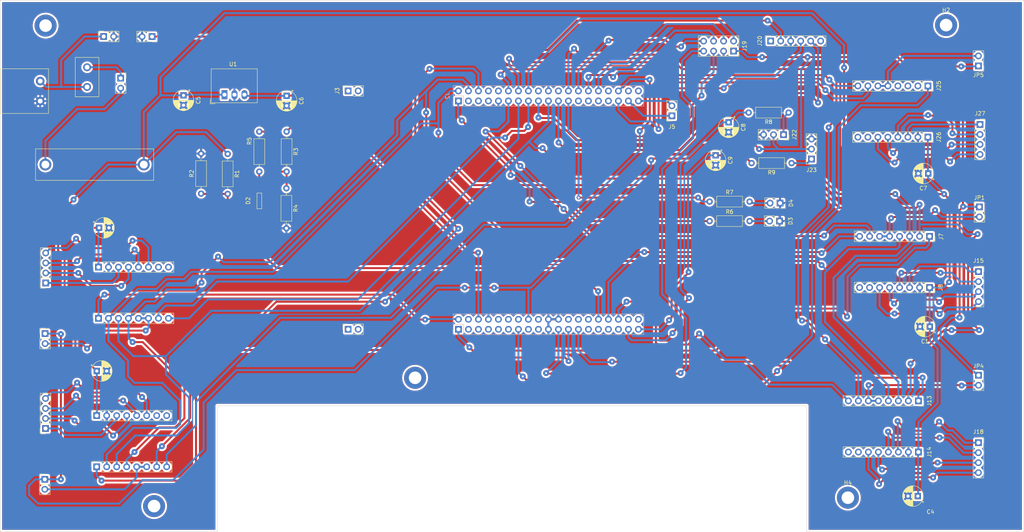
<source format=kicad_pcb>
(kicad_pcb (version 20211014) (generator pcbnew)
  (layers (0 "F.Cu" signal) (31 "B.Cu" signal) (34 "B.Paste" user) (35 "F.Paste" user) (36 "B.SilkS" user "B.Silkscreen") (37 "F.SilkS" user "F.Silkscreen") (38 "B.Mask" user) (39 "F.Mask" user) (44 "Edge.Cuts" user))
  (net 0 "")
  (net 1 "GND")
  (net 2 "/#ENA_1")
  (net 3 "/#ENA_2")
  (net 6 "/E5V")
  (net 12 "Net-(D4-Pad2)")
  (net 14 "/3V3")
  (net 17 "/I2C_SDA")
  (net 18 "/#ENA_3")
  (net 19 "/#ENA_4")
  (net 24 "/ADC_CHANNEL")
  (net 26 "/DIR_1")
  (net 28 "/DIR_4")
  (net 29 "/NUCLEO_pinout/LIMIT_SWITCH_1")
  (net 31 "/NUCLEO_pinout/LIMIT_SWITCH_2")
  (net 33 "/NUCLEO_pinout/USER_LED")
  (net 34 "/M0")
  (net 36 "/M2")
  (net 38 "/STEP_3")
  (net 42 "/STEP_1")
  (net 43 "/#ENA_5")
  (net 44 "/DIR_2")
  (net 45 "/STEP_5")
  (net 46 "/STEP_2")
  (net 47 "/XSHUT_1")
  (net 48 "/I2C_SCL")
  (net 50 "/M1")
  (net 51 "/TX")
  (net 53 "/DIR_5")
  (net 54 "/STEP_4")
  (net 56 "/XSHUT_4")
  (net 58 "/XSHUT_3")
  (net 60 "/XSHUT_2")
  (net 63 "/RX")
  (net 64 "/DIR_3")
  (net 65 "/NUCLEO_pinout/USART_TX_2")
  (net 67 "/NUCLEO_pinout/USART_RX_2")
  (net 69 "/drv8225_mecanumwheels/#RST_1")
  (net 70 "/drv8225_mecanumwheels/B2_MOTOR_1")
  (net 71 "/drv8225_mecanumwheels/B1_MOTOR_1")
  (net 72 "/drv8225_mecanumwheels/A2_MOTOR_1")
  (net 73 "/drv8225_mecanumwheels/A1_MOTOR_1")
  (net 75 "/drv8225_mecanumwheels/#RST_2")
  (net 76 "/drv8225_mecanumwheels/B2_MOTOR_2")
  (net 77 "/drv8225_mecanumwheels/B1_MOTOR_2")
  (net 78 "/drv8225_mecanumwheels/A2_MOTOR_2")
  (net 79 "/drv8225_mecanumwheels/A1_MOTOR_2")
  (net 81 "/drv8225_mecanumwheels/#RST_3")
  (net 82 "/drv8225_mecanumwheels/B2_MOTOR_3")
  (net 83 "/drv8225_mecanumwheels/B1_MOTOR_3")
  (net 84 "/drv8225_mecanumwheels/A2_MOTOR_3")
  (net 85 "/drv8225_mecanumwheels/A1_MOTOR_3")
  (net 87 "/drv8225_mecanumwheels/#RST_4")
  (net 88 "/drv8225_mecanumwheels/B2_MOTOR_4")
  (net 89 "/drv8225_mecanumwheels/B1_MOTOR_4")
  (net 90 "/drv8225_mecanumwheels/A2_MOTOR_4")
  (net 91 "/drv8225_mecanumwheels/A1_MOTOR_4")
  (net 94 "Net-(R3-Pad2)")
  (net 95 "Net-(D2-Pad2)")
  (net 96 "Net-(D3-Pad2)")
  (net 101 "/NUCLEO_pinout/VBAT_LED")
  (net 103 "Net-(J24-PadNO)")
  (net 107 "/drv8825_lifterstage/#RST_5")
  (net 108 "/drv8825_lifterstage/B2_MOTOR_5")
  (net 109 "/drv8825_lifterstage/B1_MOTOR_5")
  (net 110 "/drv8825_lifterstage/A2_MOTOR_5")
  (net 111 "/drv8825_lifterstage/A1_MOTOR_5")
  (net 114 "/PWR_SUPPLY/Vbat_in")
  (net 115 "/Vbat")
  (net 116 "Net-(J22-PadN)")
  (net 117 "Net-(J23-PadN)")
  (net 120 "Net-(F1-Pad1)")
  (footprint "Capacitor_THT:CP_Radial_D5.0mm_P2.50mm" (layer "F.Cu") (at 254.2794 67.0306 180)
    (fp_text reference "C7")
    (fp_text value "100uF")
  )
  (footprint "Resistor_THT:R_Axial_DIN0207_L6.3mm_D2.5mm_P10.16mm_Horizontal" (layer "F.Cu") (at 218.821 51.562 180)
    (fp_text reference "R8")
    (fp_text value "220")
  )
  (footprint "Connector_PinSocket_2.54mm:PinSocket_1x08_P2.54mm_Vertical" (layer "F.Cu") (at 254.2032 44.785 -90)
    (fp_text reference "J25")
    (fp_text value "Conn_01x08" hide)
  )
  (footprint "Connector_PinHeader_2.54mm:PinHeader_1x02_P2.54mm_Vertical" (layer "F.Cu") (at 29.8958 144.7038)
    (fp_text reference "JP3" hide)
    (fp_text value "Jumper_2_Bridged" hide)
  )
  (footprint "MountingHole:MountingHole_3.2mm_M3_DIN965_Pad" (layer "F.Cu") (at 30.099 29.464)
    (fp_text reference "H1" hide)
    (fp_text value "MountingHole" hide)
  )
  (footprint "Connector_PinSocket_2.54mm:PinSocket_1x04_P2.54mm_Vertical" (layer "F.Cu") (at 30.131226 94.832374 180)
    (fp_text reference "J16" hide)
    (fp_text value "Conn_01x04" hide)
  )
  (footprint "MountingHole:MountingHole_3.2mm_M3_DIN965_Pad" (layer "F.Cu") (at 233.8832 149.3774)
    (fp_text reference "H4")
    (fp_text value "MountingHole")
  )
  (footprint "Connector_PinSocket_2.54mm:PinSocket_2x04_P2.54mm_Vertical" (layer "F.Cu") (at 204.851 35.941 -90)
    (fp_text reference "J19")
    (fp_text value "Conn_02x04_Top_Bottom" hide)
  )
  (footprint "tfg_library:pwr_LED" (layer "F.Cu") (at 84.9884 75.9968 90)
    (fp_text reference "D2")
    (fp_text value "LED")
  )
  (footprint "Resistor_THT:R_Axial_DIN0207_L6.3mm_D2.5mm_P10.16mm_Horizontal" (layer "F.Cu") (at 76.3524 62.0522 -90)
    (fp_text reference "R1")
    (fp_text value "5.1k")
  )
  (footprint "Connector_PinSocket_2.54mm:PinSocket_1x03_P2.54mm_Vertical" (layer "F.Cu") (at 224.638 63.358 180)
    (fp_text reference "J23")
    (fp_text value "Limit_Switch_2")
  )
  (footprint "Capacitor_THT:CP_Radial_D5.0mm_P2.50mm" (layer "F.Cu") (at 251.649113 148.971 180)
    (fp_text reference "C4")
    (fp_text value "100uF")
  )
  (footprint "Connector_PinSocket_2.54mm:PinSocket_1x04_P2.54mm_Vertical" (layer "F.Cu") (at 267.0302 135.4074)
    (fp_text reference "J18")
    (fp_text value "Conn_01x04" hide)
  )
  (footprint "Connector_PinSocket_2.54mm:PinSocket_1x02_P2.54mm_Vertical" (layer "F.Cu") (at 49.174 42.819)
    (fp_text reference "J24" hide)
    (fp_text value "Power_Switch" hide)
  )
  (footprint "MountingHole:MountingHole_3.2mm_M3_DIN965_Pad" (layer "F.Cu") (at 57.658 151.511)
    (fp_text reference "H3" hide)
    (fp_text value "MountingHole" hide)
  )
  (footprint "MountingHole:MountingHole_3.2mm_M3_DIN965_Pad" (layer "F.Cu") (at 123.952 118.9228)
    (fp_text reference "H5" hide)
    (fp_text value "MountingHole" hide)
  )
  (footprint "Connector_PinSocket_2.54mm:PinSocket_1x02_P2.54mm_Vertical" (layer "F.Cu") (at 216.662 74.549 -90)
    (fp_text reference "D4")
    (fp_text value "VBAT_LED")
  )
  (footprint "Converter_DCDC:Converter_DCDC_RECOM_R-78E-0.5_THT" (layer "F.Cu") (at 75.531 47.0131)
    (fp_text reference "U1")
    (fp_text value "R-78E5.0-0.5" hide)
  )
  (footprint "Connector_PinSocket_2.54mm:PinSocket_1x03_P2.54mm_Vertical" (layer "F.Cu") (at 217.536 57.175 -90)
    (fp_text reference "J22")
    (fp_text value "Limit_Switch_1")
  )
  (footprint "Connector_PinSocket_2.54mm:PinSocket_1x08_P2.54mm_Vertical" (layer "F.Cu") (at 43.0784 141.524 90)
    (fp_text reference "J11" hide)
    (fp_text value "Conn_01x08" hide)
  )
  (footprint "Connector_PinSocket_2.54mm:PinSocket_1x02_P2.54mm_Vertical" (layer "F.Cu") (at 44.851 32.233 90)
    (fp_text reference "J28" hide)
    (fp_text value "Conn_01x02" hide)
  )
  (footprint "Connector_PinSocket_2.54mm:PinSocket_1x08_P2.54mm_Vertical" (layer "F.Cu") (at 251.7906 124.7802 -90)
    (fp_text reference "J13")
    (fp_text value "Conn_01x08" hide)
  )
  (footprint "Resistor_THT:R_Axial_DIN0207_L6.3mm_D2.5mm_P10.16mm_Horizontal" (layer "F.Cu") (at 84.3788 56.388 -90)
    (fp_text reference "R5")
    (fp_text value "220")
  )
  (footprint "Connector_PinSocket_2.54mm:PinSocket_1x04_P2.54mm_Vertical" (layer "F.Cu") (at 267.4362 54.5692)
    (fp_text reference "J27")
    (fp_text value "Conn_01x04" hide)
  )
  (footprint "Capacitor_THT:CP_Radial_D5.0mm_P2.50mm" (layer "F.Cu") (at 200.279 62.421888 -90)
    (fp_text reference "C9")
    (fp_text value "1uF")
  )
  (footprint "Connector_PinHeader_2.54mm:PinHeader_1x02_P2.54mm_Vertical" (layer "F.Cu") (at 267.0302 39.7002 180)
    (fp_text reference "JP5")
    (fp_text value "Jumper_2_Bridged" hide)
  )
  (footprint "Connector_PinHeader_2.54mm:PinHeader_1x02_P2.54mm_Vertical" (layer "F.Cu") (at 29.972 107.696)
    (fp_text reference "JP2" hide)
    (fp_text value "Jumper_2_Bridged" hide)
  )
  (footprint "Resistor_THT:R_Axial_DIN0207_L6.3mm_D2.5mm_P10.16mm_Horizontal" (layer "F.Cu") (at 219.583 64.389 180)
    (fp_text reference "R9")
    (fp_text value "220")
  )
  (footprint "Resistor_THT:R_Axial_DIN0207_L6.3mm_D2.5mm_P10.16mm_Horizontal" (layer "F.Cu") (at 198.755 79.121)
    (fp_text reference "R6")
    (fp_text value "220")
  )
  (footprint "tfg_library:portafusible" (layer "F.Cu") (at 27.545 68.77)
    (fp_text reference "F1" hide)
    (fp_text value "Fusible" hide)
  )
  (footprint "Connector_PinSocket_2.54mm:PinSocket_1x02_P2.54mm_Vertical" (layer "F.Cu") (at 106.9502 106.5938 90)
    (fp_text reference "J4" hide)
    (fp_text value "Conn_01x02" hide)
  )
  (footprint "Resistor_THT:R_Axial_DIN0207_L6.3mm_D2.5mm_P10.16mm_Horizontal" (layer "F.Cu") (at 91.313 56.388 -90)
    (fp_text reference "R3")
    (fp_text value "2.2k")
  )
  (footprint "Connector_PinSocket_2.54mm:PinSocket_1x08_P2.54mm_Vertical" (layer "F.Cu") (at 43.531626 90.808974 90)
    (fp_text reference "J10" hide)
    (fp_text value "Conn_01x08" hide)
  )
  (footprint "Resistor_THT:R_Axial_DIN0207_L6.3mm_D2.5mm_P10.16mm_Horizontal" (layer "F.Cu") (at 69.596 72.136 90)
    (fp_text reference "R2")
    (fp_text value "1.5k")
  )
  (footprint "Connector_PinSocket_2.54mm:PinSocket_1x04_P2.54mm_Vertical" (layer "F.Cu") (at 267.0556 91.948)
    (fp_text reference "J15")
    (fp_text value "Conn_01x04" hide)
  )
  (footprint "Connector_PinSocket_2.54mm:PinSocket_1x02_P2.54mm_Vertical" (layer "F.Cu") (at 57.15 32.258 -90)
    (fp_text reference "J29" hide)
    (fp_text value "Conn_01x02" hide)
  )
  (footprint "Connector_PinSocket_2.54mm:PinSocket_1x06_P2.54mm_Vertical" (layer "F.Cu") (at 214.274 33.376 90)
    (fp_text reference "J20")
    (fp_text value "Conn_01x06" hide)
  )
  (footprint "Connector_PinSocket_2.54mm:PinSocket_1x04_P2.54mm_Vertical" (layer "F.Cu") (at 30.074 131.7906 180)
    (fp_text reference "J17" hide)
    (fp_text value "Conn_01x04" hide)
  )
  (footprint "Connector_PinSocket_2.54mm:PinSocket_1x08_P2.54mm_Vertical" (layer "F.Cu") (at 43.0784 128.524 90)
    (fp_text reference "J12" hide)
    (fp_text value "Conn_01x08" hide)
  )
  (footprint "Resistor_THT:R_Axial_DIN0207_L6.3mm_D2.5mm_P10.16mm_Horizontal" (layer "F.Cu") (at 91.2622 70.7898 -90)
    (fp_text reference "R4")
    (fp_text value "1.5k")
  )
  (footprint "Connector_PinSocket_2.54mm:PinSocket_1x08_P2.54mm_Vertical" (layer "F.Cu") (at 251.7906 137.7802 -90)
    (fp_text reference "J14")
    (fp_text value "Conn_01x08" hide)
  )
  (footprint "Capacitor_THT:CP_Radial_D5.0mm_P2.50mm" (layer "F.Cu") (at 43.6772 80.821574)
    (fp_text reference "C2" hide)
    (fp_text value "100uF" hide)
  )
  (footprint "MountingHole:MountingHole_3.2mm_M3_DIN965_Pad" (layer "F.Cu") (at 258.826 29.337)
    (fp_text reference "H2")
    (fp_text value "MountingHole")
  )
  (footprint "Capacitor_THT:CP_Radial_D5.0mm_P2.50mm" (layer "F.Cu") (at 254.697113 105.918 180)
    (fp_text reference "C1")
    (fp_text value "100uF")
  )
  (footprint "Connector_PinHeader_2.54mm:PinHeader_1x02_P2.54mm_Vertical" (layer "F.Cu") (at 267.056 118.2728)
    (fp_text reference "JP4")
    (fp_text value "Jumper_2_Bridged" hide)
  )
  (footprint "Connector_PinSocket_2.54mm:PinSocket_1x08_P2.54mm_Vertical" (layer "F.Cu") (at 254.2032 57.785 -90)
    (fp_text reference "J26")
    (fp_text value "Conn_01x08" hide)
  )
  (footprint "Connector_PinSocket_2.54mm:PinSocket_1x02_P2.54mm_Vertical" (layer "F.Cu") (at 189.1792 52.3748 180)
    (fp_text reference "J5")
    (fp_text value "Conn_01x02" hide)
  )
  (footprint "Connector_PinSocket_2.54mm:PinSocket_1x02_P2.54mm_Vertical" (layer "F.Cu") (at 216.535 79.121 -90)
    (fp_text reference "D3")
    (fp_text value "USER_LED")
  )
  (footprint "Connector_PinHeader_2.54mm:PinHeader_1x02_P2.54mm_Vertical" (layer "F.Cu") (at 267.2842 75.5092)
    (fp_text reference "JP1")
    (fp_text value "Jumper_2_Bridged" hide)
  )
  (footprint "tfg_library:BAT_connector" (layer "F.Cu") (at 28.732 46.1 -90)
    (fp_text reference "J21" hide)
    (fp_text value "Vbat_connector" hide)
  )
  (footprint "Connector_PinSocket_2.54mm:PinSocket_1x02_P2.54mm_Vertical" (layer "F.Cu") (at 106.9502 46.0502 90)
    (fp_text reference "J3")
    (fp_text value "Conn_01x02" hide)
  )
  (footprint "Connector_PinSocket_2.54mm:PinSocket_1x08_P2.54mm_Vertical" (layer "F.Cu") (at 254.635 95.9866 -90)
    (fp_text reference "J8")
    (fp_text value "Conn_01x08" hide)
  )
  (footprint "Capacitor_THT:CP_Radial_D5.0mm_P2.50mm" (layer "F.Cu") (at 43.102888 117.1904)
    (fp_text reference "C3" hide)
    (fp_text value "100uF" hide)
  )
  (footprint "Connector_PinSocket_2.54mm:PinSocket_1x08_P2.54mm_Vertical" (layer "F.Cu") (at 43.531626 103.808974 90)
    (fp_text reference "J9" hide)
    (fp_text value "Conn_01x08" hide)
  )
  (footprint "Capacitor_THT:CP_Radial_D5.0mm_P2.50mm" (layer "F.Cu") (at 91.313 47.308888 -90)
    (fp_text reference "C6")
    (fp_text value "10uF")
  )
  (footprint "tfg_library:emergency_button" (layer "F.Cu") (at 40.64 42.545 90)
    (fp_text reference "SW1" hide)
    (fp_text value "Emergency_Button" hide)
  )
  (footprint "Resistor_THT:R_Axial_DIN0207_L6.3mm_D2.5mm_P10.16mm_Horizontal" (layer "F.Cu") (at 198.755 74.168)
    (fp_text reference "R7")
    (fp_text value "220")
  )
  (footprint "Capacitor_THT:CP_Radial_D5.0mm_P2.50mm" (layer "F.Cu") (at 65.1256 47.181888 -90)
    (fp_text reference "C5")
    (fp_text value "10uF" hide)
  )
  (footprint "Connector_PinSocket_2.54mm:PinSocket_1x08_P2.54mm_Vertical" (layer "F.Cu") (at 254.635 82.9866 -90)
    (fp_text reference "J7")
    (fp_text value "Conn_01x08" hide)
  )
  (footprint "Capacitor_THT:CP_Radial_D5.0mm_P2.50mm" (layer "F.Cu") (at 203.581 54.039888 -90)
    (fp_text reference "C8")
    (fp_text value "1uF")
  )
  (footprint "Connector_PinSocket_2.54mm:PinSocket_2x19_P2.54mm_Vertical" (layer "B.Cu") (at 134.9602 106.5984 -90)
    (fp_text reference "J1" hide)
    (fp_text value "Conn_02x19_Odd_Even" hide)
  )
  (footprint "Connector_PinSocket_2.54mm:PinSocket_2x19_P2.54mm_Vertical" (layer "B.Cu") (at 134.9602 48.5984 -90)
    (fp_text reference "J2")
    (fp_text value "Conn_02x19_Odd_Even" hide)
  )
  (gr_line (start 18.5678 23.0114) (end 278.5678 23.0114) (layer "Edge.Cuts") (width 0.1))
  (gr_line (start 73.7172 158.0114) (end 73.7172 126.0114) (layer "Edge.Cuts") (width 0.1))
  (gr_line (start 278.5678 23.0114) (end 278.5678 158.0114) (layer "Edge.Cuts") (width 0.1))
  (gr_line (start 223.4184 158.0114) (end 223.4184 126.0114) (layer "Edge.Cuts") (width 0.1))
  (gr_line (start 223.4184 158.0114) (end 278.5678 158.0114) (layer "Edge.Cuts") (width 0.1))
  (gr_line (start 73.7172 126.0114) (end 223.4184 126.0114) (layer "Edge.Cuts") (width 0.1))
  (gr_line (start 18.5678 158.0114) (end 73.7172 158.0114) (layer "Edge.Cuts") (width 0.1))
  (gr_line (start 18.5678 23.0114) (end 18.5678 158.0114) (layer "Edge.Cuts") (width 0.1))
  (segment (start 88.3158 80.9498) (end 91.2622 80.9498) (width 0.5) (layer "F.Cu") (net 1))
  (segment (start 84.3884 77.0224) (end 88.3158 80.9498) (width 0.5) (layer "F.Cu") (net 1))
  (segment (start 84.3884 75.4968) (end 84.3884 77.0224) (width 0.5) (layer "F.Cu") (net 1))
  (segment (start 251.6632 66.9144) (end 251.7794 67.0306) (width 0.25) (layer "B.Cu") (net 1))
  (segment (start 28.732 48.64) (end 28.732 46.512) (width 0.5) (layer "B.Cu") (net 1))
  (segment (start 212.456 57.175) (end 212.456 54.371) (width 0.5) (layer "B.Cu") (net 1))
  (segment (start 54.61 32.258) (end 51.049 32.258) (width 0.5) (layer "B.Cu") (net 1))
  (segment (start 46.1772 90.7034) (end 46.071626 90.808974) (width 0.25) (layer "B.Cu") (net 1))
  (segment (start 45.602888 117.1904) (end 45.602888 128.508488) (width 0.5) (layer "B.Cu") (net 1))
  (segment (start 252.222513 96.114113) (end 252.095 95.9866) (width 0.25) (layer "B.Cu") (net 1))
  (segment (start 45.602888 128.508488) (end 45.6184 128.524) (width 0.25) (layer "B.Cu") (net 1))
  (segment (start 252.197113 96.088713) (end 252.095 95.9866) (width 0.25) (layer "B.Cu") (net 1))
  (segment (start 224.638 58.278) (end 227.315 58.278) (width 0.5) (layer "B.Cu") (net 1))
  (segment (start 46.1772 80.821574) (end 46.1772 90.7034) (width 0.5) (layer "B.Cu") (net 1))
  (segment (start 28.732 48.64) (end 25.147 48.64) (width 0.5) (layer "B.Cu") (net 1))
  (segment (start 249.225712 137.805088) (end 249.2506 137.7802) (width 0.25) (layer "B.Cu") (net 1))
  (segment (start 216.662 74.549) (end 216.662 78.994) (width 0.5) (layer "B.Cu") (net 1))
  (segment (start 47.416 32.258) (end 47.391 32.233) (width 0.5) (layer "B.Cu") (net 1))
  (segment (start 216.662 78.994) (end 216.535 79.121) (width 0.5) (layer "B.Cu") (net 1))
  (segment (start 28.732 48.64) (end 28.732 52.167) (width 0.5) (layer "B.Cu") (net 1))
  (segment (start 28.732 48.64) (end 30.987 48.64) (width 0.5) (layer "B.Cu") (net 1))
  (segment (start 224.638 58.278) (end 224.638 55.651) (width 0.5) (layer "B.Cu") (net 1))
  (segment (start 252.197113 105.918) (end 252.197113 96.088713) (width 0.5) (layer "B.Cu") (net 1))
  (segment (start 251.6632 57.785) (end 251.6632 66.9144) (width 0.5) (layer "B.Cu") (net 1))
  (segment (start 51.049 32.258) (end 47.416 32.258) (width 0.5) (layer "B.Cu") (net 1))
  (segment (start 25.147 48.64) (end 25.146 48.641) (width 0.5) (layer "B.Cu") (net 1))
  (segment (start 249.225712 148.9356) (end 249.225712 137.805088) (width 0.5) (layer "B.Cu") (net 1))
  (segment (start 212.456 57.175) (end 209.448 57.175) (width 0.5) (layer "B.Cu") (net 1))
  (segment (start 157.8202 106.5984) (end 157.8202 104.0584) (width 0.5) (layer "B.Cu") (net 1))
  (segment (start 138.5824 112.014) (end 137.7442 111.1758) (width 0.5) (layer "F.Cu") (net 2))
  (segment (start 231.648 101.346) (end 211.074 101.346) (width 0.5) (layer "F.Cu") (net 2))
  (segment (start 233.68 103.378) (end 231.648 101.346) (width 0.5) (layer "F.Cu") (net 2))
  (segment (start 211.074 101.346) (end 211.0359 101.3079) (width 0.5) (layer "F.Cu") (net 2))
  (segment (start 211.0359 101.3079) (end 200.3298 112.014) (width 0.5) (layer "F.Cu") (net 2))
  (segment (start 200.3298 112.014) (end 138.5824 112.014) (width 0.5) (layer "F.Cu") (net 2))
  (via (at 137.7442 111.1758) (size 1.5) (drill 0.5) (layers "F.Cu" "B.Cu") (net 2))
  (via (at 233.68 103.378) (size 1.5) (drill 0.5) (layers "F.Cu" "B.Cu") (net 2))
  (segment (start 233.807 103.251) (end 233.807 93.218) (width 0.5) (layer "B.Cu") (net 2))
  (segment (start 246.5324 90.2462) (end 250.8758 85.9028) (width 0.5) (layer "B.Cu") (net 2))
  (segment (start 250.8758 85.9028) (end 253.6952 85.9028) (width 0.5) (layer "B.Cu") (net 2))
  (segment (start 236.7788 90.2462) (end 246.5324 90.2462) (width 0.5) (layer "B.Cu") (net 2))
  (segment (start 254.508 83.1136) (end 254.635 82.9866) (width 0.5) (layer "B.Cu") (net 2))
  (segment (start 137.7442 111.1758) (end 134.9502 108.3818) (width 0.5) (layer "B.Cu") (net 2))
  (segment (start 233.807 93.218) (end 236.7788 90.2462) (width 0.5) (layer "B.Cu") (net 2))
  (segment (start 233.68 103.378) (end 233.807 103.251) (width 0.5) (layer "B.Cu") (net 2))
  (segment (start 254.508 85.09) (end 254.508 83.1136) (width 0.5) (layer "B.Cu") (net 2))
  (segment (start 134.9502 108.3818) (end 134.9602 108.3718) (width 0.25) (layer "B.Cu") (net 2))
  (segment (start 253.6952 85.9028) (end 254.508 85.09) (width 0.5) (layer "B.Cu") (net 2))
  (segment (start 134.9602 108.3718) (end 134.9602 106.5984) (width 0.5) (layer "B.Cu") (net 2))
  (segment (start 124.714 104.14) (end 118.364 97.79) (width 0.5) (layer "F.Cu") (net 3))
  (segment (start 126.492 104.14) (end 124.714 104.14) (width 0.5) (layer "F.Cu") (net 3))
  (segment (start 118.364 97.79) (end 45.0596 97.79) (width 0.5) (layer "F.Cu") (net 3))
  (via (at 126.492 104.14) (size 1.5) (drill 0.5) (layers "F.Cu" "B.Cu") (net 3))
  (via (at 45.0596 97.79) (size 1.5) (drill 0.5) (layers "F.Cu" "B.Cu") (net 3))
  (segment (start 43.531626 99.165574) (end 45.0596 97.6376) (width 0.5) (layer "B.Cu") (net 3))
  (segment (start 134.9148 104.013) (end 134.9602 104.0584) (width 0.5) (layer "B.Cu") (net 3))
  (segment (start 126.492 104.14) (end 126.619 104.013) (width 0.5) (layer "B.Cu") (net 3))
  (segment (start 43.531626 103.808974) (end 43.531626 99.165574) (width 0.5) (layer "B.Cu") (net 3))
  (segment (start 126.619 104.013) (end 134.9148 104.013) (width 0.5) (layer "B.Cu") (net 3))
  (segment (start 98.9584 48.7426) (end 98.9584 48.6156) (width 0.5) (layer "F.Cu") (net 6))
  (segment (start 89.789 43.815) (end 94.1578 43.815) (width 0.5) (layer "F.Cu") (net 6))
  (segment (start 213.487 28.194) (end 165.0492 28.194) (width 0.5) (layer "F.Cu") (net 6))
  (segment (start 157.5816 35.6616) (end 126.492 35.6616) (width 0.5) (layer "F.Cu") (net 6))
  (segment (start 100.2284 49.8856) (end 103.1494 52.8066) (width 0.5) (layer "F.Cu") (net 6))
  (segment (start 98.9584 48.6156) (end 100.2284 49.8856) (width 0.5) (layer "F.Cu") (net 6))
  (segment (start 91.377888 47.244) (end 97.5868 47.244) (width 0.5) (layer "F.Cu") (net 6))
  (segment (start 91.313 47.308888) (end 91.377888 47.244) (width 0.5) (layer "F.Cu") (net 6))
  (segment (start 94.1578 43.815) (end 97.651688 47.308888) (width 0.5) (layer "F.Cu") (net 6))
  (segment (start 97.651688 47.308888) (end 98.9584 48.6156) (width 0.5) (layer "F.Cu") (net 6))
  (segment (start 137.4648 87.122) (end 139.954 87.122) (width 0.5) (layer "F.Cu") (net 6))
  (segment (start 91.313 56.388) (end 98.9584 48.7426) (width 0.5) (layer "F.Cu") (net 6))
  (segment (start 78.232 32.258) (end 89.789 43.815) (width 0.5) (layer "F.Cu") (net 6))
  (segment (start 165.0492 28.194) (end 157.5816 35.6616) (width 0.5) (layer "F.Cu") (net 6))
  (segment (start 126.492 35.6616) (end 106.2482 55.9054) (width 0.5) (layer "F.Cu") (net 6))
  (segment (start 57.15 32.258) (end 78.232 32.258) (width 0.5) (layer "F.Cu") (net 6))
  (segment (start 103.1494 52.8066) (end 106.2482 55.9054) (width 0.5) (layer "F.Cu") (net 6))
  (segment (start 106.2482 55.9054) (end 137.4648 87.122) (width 0.5) (layer "F.Cu") (net 6))
  (via (at 139.954 87.122) (size 1.5) (drill 0.5) (layers "F.Cu" "B.Cu") (net 6))
  (via (at 213.487 28.194) (size 1.5) (drill 0.5) (layers "F.Cu" "B.Cu") (net 6))
  (segment (start 213.487 28.194) (end 213.7918 28.194) (width 0.5) (layer "B.Cu") (net 6))
  (segment (start 91.423612 47.0131) (end 91.5162 47.105688) (width 0.25) (layer "B.Cu") (net 6))
  (segment (start 80.906788 47.308888) (end 91.127824 47.308888) (width 0.5) (layer "B.Cu") (net 6))
  (segment (start 91.127824 47.308888) (end 91.423612 47.0131) (width 0.5) (layer "B.Cu") (net 6))
  (segment (start 80.611 47.0131) (end 80.906788 47.308888) (width 0.5) (layer "B.Cu") (net 6))
  (segment (start 140.0402 104.0584) (end 140.0402 87.2082) (width 0.5) (layer "B.Cu") (net 6))
  (segment (start 213.7918 28.194) (end 216.814 31.2162) (width 0.5) (layer "B.Cu") (net 6))
  (segment (start 140.0402 87.2082) (end 139.954 87.122) (width 0.5) (layer "B.Cu") (net 6))
  (segment (start 216.814 31.2162) (end 216.814 33.376) (width 0.5) (layer "B.Cu") (net 6))
  (segment (start 214.122 74.549) (end 209.296 74.549) (width 0.5) (layer "B.Cu") (net 12))
  (segment (start 209.296 74.549) (end 208.915 74.168) (width 0.5) (layer "B.Cu") (net 12))
  (segment (start 259.8166 42.2656) (end 263.0932 45.5422) (width 0.5) (layer "F.Cu") (net 14))
  (segment (start 263.0932 45.5422) (end 263.0932 75.3872) (width 0.5) (layer "F.Cu") (net 14))
  (segment (start 246.5324 37.465) (end 248.793 39.7256) (width 0.5) (layer "F.Cu") (net 14))
  (segment (start 263.0932 75.3872) (end 263.144 75.438) (width 0.5) (layer "F.Cu") (net 14))
  (segment (start 262.255 76.327) (end 263.144 75.438) (width 0.5) (layer "F.Cu") (net 14))
  (segment (start 259.8166 39.8272) (end 259.8166 42.2656) (width 0.5) (layer "F.Cu") (net 14))
  (segment (start 33.9852 107.823) (end 33.9852 144.653) (width 0.5) (layer "F.Cu") (net 14))
  (segment (start 144.018 96.012) (end 136.525 96.012) (width 0.5) (layer "F.Cu") (net 14))
  (segment (start 184.277 63.246) (end 193.548 63.246) (width 0.5) (layer "F.Cu") (net 14))
  (segment (start 223.647 37.465) (end 246.5324 37.465) (width 0.5) (layer "F.Cu") (net 14))
  (segment (start 248.793 39.7256) (end 248.793 39.751) (width 0.5) (layer "F.Cu") (net 14))
  (segment (start 262.6614 39.8272) (end 259.8166 39.8272) (width 0.5) (layer "F.Cu") (net 14))
  (segment (start 197.104 59.69) (end 210.185 59.69) (width 0.5) (layer "F.Cu") (net 14))
  (segment (start 212.09 37.465) (end 223.647 37.465) (width 0.5) (layer "F.Cu") (net 14))
  (segment (start 193.548 63.246) (end 197.104 59.69) (width 0.5) (layer "F.Cu") (net 14))
  (segment (start 248.793 39.751) (end 248.8692 39.8272) (width 0.5) (layer "F.Cu") (net 14))
  (segment (start 262.255 103.632) (end 262.255 76.327) (width 0.5) (layer "F.Cu") (net 14))
  (segment (start 248.8692 39.8272) (end 259.8166 39.8272) (width 0.5) (layer "F.Cu") (net 14))
  (segment (start 210.185 59.69) (end 211.328 60.833) (width 0.5) (layer "F.Cu") (net 14))
  (segment (start 183.896 63.627) (end 184.277 63.246) (width 0.5) (layer "F.Cu") (net 14))
  (via (at 183.896 63.627) (size 1.5) (drill 0.5) (layers "F.Cu" "B.Cu") (net 14))
  (via (at 144.018 96.012) (size 1.5) (drill 0.5) (layers "F.Cu" "B.Cu") (net 14))
  (via (at 136.568298 96.031277) (size 1.5) (drill 0.5) (layers "F.Cu" "B.Cu") (net 14))
  (via (at 33.9852 107.823) (size 1.5) (drill 0.5) (layers "F.Cu" "B.Cu") (net 14))
  (via (at 223.647 37.465) (size 1.5) (drill 0.5) (layers "F.Cu" "B.Cu") (net 14))
  (via (at 212.09 37.465) (size 1.5) (drill 0.5) (layers "F.Cu" "B.Cu") (net 14))
  (via (at 263.144 75.438) (size 1.5) (drill 0.5) (layers "F.Cu" "B.Cu") (net 14))
  (via (at 33.9852 144.7038) (size 1.5) (drill 0.5) (layers "F.Cu" "B.Cu") (net 14))
  (via (at 262.255 103.632) (size 1.5) (drill 0.5) (layers "F.Cu" "B.Cu") (net 14))
  (via (at 211.328 60.833) (size 1.5) (drill 0.5) (layers "F.Cu" "B.Cu") (net 14))
  (via (at 262.6614 39.8272) (size 1.5) (drill 0.5) (layers "F.Cu" "B.Cu") (net 14))
  (segment (start 266.2174 75.438) (end 266.2886 75.5092) (width 0.5) (layer "B.Cu") (net 14))
  (segment (start 54.737 144.907) (end 48.768 150.876) (width 0.5) (layer "B.Cu") (net 14))
  (segment (start 129.520723 96.031277) (end 108.585 116.967) (width 0.5) (layer "B.Cu") (net 14))
  (segment (start 221.996 40.513) (end 221.996 60.833) (width 0.5) (layer "B.Cu") (net 14))
  (segment (start 48.768 150.876) (end 28.194 150.876) (width 0.5) (layer "B.Cu") (net 14))
  (segment (start 78.486 116.967) (end 70.231 125.222) (width 0.5) (layer "B.Cu") (net 14))
  (segment (start 223.647 37.465) (end 223.647 38.862) (width 0.5) (layer "B.Cu") (net 14))
  (segment (start 62.484 144.907) (end 54.737 144.907) (width 0.5) (layer "B.Cu") (net 14))
  (segment (start 266.9032 39.8272) (end 267.0302 39.7002) (width 0.5) (layer "B.Cu") (net 14))
  (segment (start 136.568298 96.031277) (end 129.520723 96.031277) (width 0.5) (layer "B.Cu") (net 14))
  (segment (start 262.6614 39.8272) (end 266.9032 39.8272) (width 0.5) (layer "B.Cu") (net 14))
  (segment (start 214.996 59.548) (end 214.996 57.175) (width 0.5) (layer "B.Cu") (net 14))
  (segment (start 204.851 35.941) (end 206.883 35.941) (width 0.5) (layer "B.Cu") (net 14))
  (segment (start 257.429 108.9152) (end 266.7866 118.2728) (width 0.5) (layer "B.Cu") (net 14))
  (segment (start 183.896 65.532) (end 153.3752 96.0528) (width 0.5) (layer "B.Cu") (net 14))
  (segment (start 224.638 60.818) (end 216.266 60.818) (width 0.5) (layer "B.Cu") (net 14))
  (segment (start 262.255 103.632) (end 260.223 103.632) (width 0.5) (layer "B.Cu") (net 14))
  (segment (start 216.266 60.818) (end 214.996 59.548) (width 0.5) (layer "B.Cu") (net 14))
  (segment (start 206.883 35.941) (end 208.407 37.465) (width 0.5) (layer "B.Cu") (net 14))
  (segment (start 266.2886 75.5092) (end 267.2842 75.5092) (width 0.5) (layer "B.Cu") (net 14))
  (segment (start 152.7402 104.0584) (end 152.7402 98.0032) (width 0.5) (layer "B.Cu") (net 14))
  (segment (start 108.585 116.967) (end 78.486 116.967) (width 0.5) (layer "B.Cu") (net 14))
  (segment (start 208.407 37.465) (end 212.09 37.465) (width 0.5) (layer "B.Cu") (net 14))
  (segment (start 28.194 150.876) (end 25.908 148.59) (width 0.5) (layer "B.Cu") (net 14))
  (segment (start 70.231 125.222) (end 70.231 137.16) (width 0.5) (layer "B.Cu") (net 14))
  (segment (start 70.231 137.16) (end 62.484 144.907) (width 0.5) (layer "B.Cu") (net 14))
  (segment (start 223.647 38.862) (end 221.996 40.513) (width 0.5) (layer "B.Cu") (net 14))
  (segment (start 266.7866 118.2728) (end 267.056 118.2728) (width 0.5) (layer "B.Cu") (net 14))
  (segment (start 33.9852 144.7038) (end 29.8958 144.7038) (width 0.5) (layer "B.Cu") (net 14))
  (segment (start 263.271 75.438) (end 266.2174 75.438) (width 0.5) (layer "B.Cu") (net 14))
  (segment (start 29.972 107.696) (end 34.0614 107.696) (width 0.5) (layer "B.Cu") (net 14))
  (segment (start 260.223 103.632) (end 257.429 106.426) (width 0.5) (layer "B.Cu") (net 14))
  (segment (start 183.896 63.627) (end 183.896 65.532) (width 0.5) (layer "B.Cu") (net 14))
  (segment (start 257.429 106.426) (end 257.429 108.9152) (width 0.5) (layer "B.Cu") (net 14))
  (segment (start 27.5082 144.7038) (end 29.8958 144.7038) (width 0.5) (layer "B.Cu") (net 14))
  (segment (start 25.908 146.304) (end 27.5082 144.7038) (width 0.5) (layer "B.Cu") (net 14))
  (segment (start 152.7402 98.0032) (end 152.7402 96.0528) (width 0.5) (layer "B.Cu") (net 14))
  (segment (start 25.908 148.59) (end 25.908 146.304) (width 0.5) (layer "B.Cu") (net 14))
  (segment (start 211.44 60.818) (end 216.266 60.818) (width 0.5) (layer "B.Cu") (net 14))
  (segment (start 152.7402 96.0528) (end 143.9318 96.0528) (width 0.5) (layer "B.Cu") (net 14))
  (segment (start 211.328 60.833) (end 211.425 60.833) (width 0.5) (layer "B.Cu") (net 14))
  (segment (start 211.425 60.833) (end 211.44 60.818) (width 0.5) (layer "B.Cu") (net 14))
  (segment (start 153.3752 96.0528) (end 152.7402 96.0528) (width 0.5) (layer "B.Cu") (net 14))
  (segment (start 157.226 117.729) (end 157.353 117.856) (width 0.5) (layer "F.Cu") (net 17))
  (segment (start 157.353 117.856) (end 191.262 117.856) (width 0.5) (layer "F.Cu") (net 17))
  (segment (start 191.262 117.856) (end 191.389 117.729) (width 0.5) (layer "F.Cu") (net 17))
  (via (at 191.389 117.729) (size 1.5) (drill 0.5) (layers "F.Cu" "B.Cu") (net 17))
  (via (at 157.226 117.729) (size 1.5) (drill 0.5) (layers "F.Cu" "B.Cu") (net 17))
  (segment (start 194.183 35.941) (end 197.231 35.941) (width 0.5) (layer "B.Cu") (net 17))
  (segment (start 192.786 116.332) (end 192.786 103.759) (width 0.5) (layer "B.Cu") (net 17))
  (segment (start 160.3602 114.5948) (end 160.3602 106.5984) (width 0.5) (layer "B.Cu") (net 17))
  (segment (start 186.69 97.663) (end 186.69 65.913) (width 0.5) (layer "B.Cu") (net 17))
  (segment (start 191.7446 47.3456) (end 191.7446 38.3794) (width 0.5) (layer "B.Cu") (net 17))
  (segment (start 157.226 117.729) (end 160.3602 114.5948) (width 0.5) (layer "B.Cu") (net 17))
  (segment (start 194.564 58.039) (end 194.564 50.165) (width 0.5) (layer "B.Cu") (net 17))
  (segment (start 194.564 50.165) (end 191.7446 47.3456) (width 0.5) (layer "B.Cu") (net 17))
  (segment (start 192.786 103.759) (end 186.69 97.663) (width 0.5) (layer "B.Cu") (net 17))
  (segment (start 186.69 65.913) (end 194.564 58.039) (width 0.5) (layer "B.Cu") (net 17))
  (segment (start 191.7446 38.3794) (end 194.183 35.941) (width 0.5) (layer "B.Cu") (net 17))
  (segment (start 191.389 117.729) (end 192.786 116.332) (width 0.5) (layer "B.Cu") (net 17))
  (segment (start 79.182501 111.8616) (end 68.3006 122.743501) (width 0.5) (layer "F.Cu") (net 18))
  (segment (start 136.2456 113.7666) (end 162.0266 113.7666) (width 0.5) (layer "F.Cu") (net 18))
  (segment (start 68.3006 122.743501) (end 68.3006 141.1478) (width 0.5) (layer "F.Cu") (net 18))
  (segment (start 68.3006 141.1478) (end 64.4144 145.034) (width 0.5) (layer "F.Cu") (net 18))
  (segment (start 136.2456 113.7666) (end 134.3406 111.8616) (width 0.5) (layer "F.Cu") (net 18))
  (segment (start 162.0266 113.7666) (end 162.941 114.681) (width 0.5) (layer "F.Cu") (net 18))
  (segment (start 64.4144 145.034) (end 44.323 145.034) (width 0.5) (layer "F.Cu") (net 18))
  (segment (start 134.3406 111.8616) (end 79.182501 111.8616) (width 0.5) (layer "F.Cu") (net 18))
  (via (at 162.941 114.681) (size 1.5) (drill 0.5) (layers "F.Cu" "B.Cu") (net 18))
  (via (at 44.323 145.034) (size 1.5) (drill 0.5) (layers "F.Cu" "B.Cu") (net 18))
  (segment (start 162.9002 114.6402) (end 162.9002 106.5984) (width 0.5) (layer "B.Cu") (net 18))
  (segment (start 162.941 114.681) (end 162.9002 114.6402) (width 0.5) (layer "B.Cu") (net 18))
  (segment (start 43.0784 143.7894) (end 43.0784 141.524) (width 0.5) (layer "B.Cu") (net 18))
  (segment (start 44.323 145.034) (end 43.0784 143.7894) (width 0.5) (layer "B.Cu") (net 18))
  (segment (start 223.0628 118.8974) (end 252.8316 118.8974) (width 0.5) (layer "F.Cu") (net 19))
  (segment (start 174.0154 114.8334) (end 218.9988 114.8334) (width 0.5) (layer "F.Cu") (net 19))
  (segment (start 218.9988 114.8334) (end 223.0628 118.8974) (width 0.5) (layer "F.Cu") (net 19))
  (segment (start 173.99 114.808) (end 174.0154 114.8334) (width 0.5) (layer "F.Cu") (net 19))
  (segment (start 252.8316 118.8974) (end 252.857 118.872) (width 0.5) (layer "F.Cu") (net 19))
  (via (at 173.99 114.808) (size 1.5) (drill 0.5) (layers "F.Cu" "B.Cu") (net 19))
  (via (at 252.857 118.872) (size 1.5) (drill 0.5) (layers "F.Cu" "B.Cu") (net 19))
  (segment (start 165.4402 111.9732) (end 168.402 114.935) (width 0.5) (layer "B.Cu") (net 19))
  (segment (start 251.7906 122.961) (end 251.7906 124.7802) (width 0.5) (layer "B.Cu") (net 19))
  (segment (start 165.4402 111.9732) (end 165.4402 106.5984) (width 0.5) (layer "B.Cu") (net 19))
  (segment (start 252.857 118.872) (end 252.857 121.8946) (width 0.5) (layer "B.Cu") (net 19))
  (segment (start 173.863 114.935) (end 173.99 114.808) (width 0.5) (layer "B.Cu") (net 19))
  (segment (start 252.857 121.8946) (end 251.7906 122.961) (width 0.5) (layer "B.Cu") (net 19))
  (segment (start 168.402 114.935) (end 173.863 114.935) (width 0.5) (layer "B.Cu") (net 19))
  (segment (start 69.6722 72.2122) (end 69.596 72.136) (width 0.25) (layer "F.Cu") (net 24))
  (segment (start 170.434 96.901) (end 170.2308 96.901) (width 0.5) (layer "F.Cu") (net 24))
  (segment (start 76.3524 72.2122) (end 69.6722 72.2122) (width 0.5) (layer "F.Cu") (net 24))
  (segment (start 164.3888 91.059) (end 88.7984 91.059) (width 0.5) (layer "F.Cu") (net 24))
  (segment (start 88.7984 91.059) (end 76.3524 78.613) (width 0.5) (layer "F.Cu") (net 24))
  (segment (start 170.2308 96.901) (end 164.3888 91.059) (width 0.5) (layer "F.Cu") (net 24))
  (segment (start 76.3524 78.613) (end 76.3524 72.2122) (width 0.5) (layer "F.Cu") (net 24))
  (via (at 170.434 96.901) (size 1.5) (drill 0.5) (layers "F.Cu" "B.Cu") (net 24))
  (segment (start 170.434 96.901) (end 170.5202 96.9872) (width 0.5) (layer "B.Cu") (net 24))
  (segment (start 170.5202 96.9872) (end 170.5202 104.0584) (width 0.5) (layer "B.Cu") (net 24))
  (segment (start 227.203 87.249) (end 226.949 86.995) (width 0.5) (layer "F.Cu") (net 26))
  (segment (start 226.949 86.995) (end 182.1688 86.995) (width 0.5) (layer "F.Cu") (net 26))
  (via (at 227.203 87.249) (size 1.5) (drill 0.5) (layers "F.Cu" "B.Cu") (net 26))
  (via (at 182.1688 86.995) (size 1.5) (drill 0.5) (layers "F.Cu" "B.Cu") (net 26))
  (segment (start 227.4062 87.249) (end 231.6686 82.9866) (width 0.5) (layer "B.Cu") (net 26))
  (segment (start 227.203 87.249) (end 227.4062 87.249) (width 0.5) (layer "B.Cu") (net 26))
  (segment (start 173.0602 94.6558) (end 173.0602 104.0584) (width 0.5) (layer "B.Cu") (net 26))
  (segment (start 182.1688 86.995) (end 180.721 86.995) (width 0.5) (layer "B.Cu") (net 26))
  (segment (start 180.721 86.995) (end 173.0602 94.6558) (width 0.5) (layer "B.Cu") (net 26))
  (segment (start 231.6686 82.9866) (end 236.855 82.9866) (width 0.5) (layer "B.Cu") (net 26))
  (segment (start 193.294 110.49) (end 185.5978 110.49) (width 0.5) (layer "F.Cu") (net 28))
  (segment (start 185.5978 110.49) (end 185.1152 110.0074) (width 0.5) (layer "F.Cu") (net 28))
  (segment (start 185.1152 110.0074) (end 185.1152 102.997) (width 0.5) (layer "F.Cu") (net 28))
  (segment (start 185.1152 102.997) (end 181.6862 99.568) (width 0.5) (layer "F.Cu") (net 28))
  (segment (start 181.6862 99.568) (end 177.673 99.568) (width 0.5) (layer "F.Cu") (net 28))
  (segment (start 196.088 107.696) (end 193.294 110.49) (width 0.5) (layer "F.Cu") (net 28))
  (via (at 177.673 99.568) (size 1.5) (drill 0.5) (layers "F.Cu" "B.Cu") (net 28))
  (via (at 196.088 107.696) (size 1.5) (drill 0.5) (layers "F.Cu" "B.Cu") (net 28))
  (segment (start 177.673 99.568) (end 175.6002 101.6408) (width 0.5) (layer "B.Cu") (net 28))
  (segment (start 207.645 114.2746) (end 214.0204 120.65) (width 0.5) (layer "B.Cu") (net 28))
  (segment (start 229.8804 120.65) (end 234.0106 124.7802) (width 0.5) (layer "B.Cu") (net 28))
  (segment (start 175.6002 101.6408) (end 175.6002 104.0584) (width 0.5) (layer "B.Cu") (net 28))
  (segment (start 214.0204 120.65) (end 229.8804 120.65) (width 0.5) (layer "B.Cu") (net 28))
  (segment (start 202.6666 114.2746) (end 207.645 114.2746) (width 0.5) (layer "B.Cu") (net 28))
  (segment (start 196.088 107.696) (end 202.6666 114.2746) (width 0.5) (layer "B.Cu") (net 28))
  (segment (start 191.389 105.4608) (end 189.357 107.4928) (width 0.5) (layer "F.Cu") (net 29))
  (segment (start 193.548 98.679) (end 191.389 100.838) (width 0.5) (layer "F.Cu") (net 29))
  (segment (start 189.357 107.4928) (end 189.357 107.569) (width 0.5) (layer "F.Cu") (net 29))
  (segment (start 191.389 100.838) (end 191.389 105.4608) (width 0.5) (layer "F.Cu") (net 29))
  (via (at 189.357 107.569) (size 1.5) (drill 0.5) (layers "F.Cu" "B.Cu") (net 29))
  (via (at 193.548 98.679) (size 1.5) (drill 0.5) (layers "F.Cu" "B.Cu") (net 29))
  (segment (start 206.058888 51.562) (end 203.581 54.039888) (width 0.5) (layer "B.Cu") (net 29))
  (segment (start 208.661 51.562) (end 206.058888 51.562) (width 0.5) (layer "B.Cu") (net 29))
  (segment (start 178.1402 106.5984) (end 178.1402 108.6204) (width 0.5) (layer "B.Cu") (net 29))
  (segment (start 191.389 64.643) (end 201.992112 54.039888) (width 0.5) (layer "B.Cu") (net 29))
  (segment (start 178.8922 109.3724) (end 187.5536 109.3724) (width 0.5) (layer "B.Cu") (net 29))
  (segment (start 187.5536 109.3724) (end 189.357 107.569) (width 0.5) (layer "B.Cu") (net 29))
  (segment (start 201.992112 54.039888) (end 203.581 54.039888) (width 0.5) (layer "B.Cu") (net 29))
  (segment (start 191.389 96.52) (end 191.389 64.643) (width 0.5) (layer "B.Cu") (net 29))
  (segment (start 178.1402 108.6204) (end 178.8922 109.3724) (width 0.5) (layer "B.Cu") (net 29))
  (segment (start 193.548 98.679) (end 191.389 96.52) (width 0.5) (layer "B.Cu") (net 29))
  (segment (start 207.455888 62.421888) (end 209.423 64.389) (width 0.5) (layer "F.Cu") (net 31))
  (segment (start 200.279 62.421888) (end 207.455888 62.421888) (width 0.5) (layer "F.Cu") (net 31))
  (segment (start 188.468 104.267) (end 189.103 103.632) (width 0.5) (layer "F.Cu") (net 31))
  (segment (start 189.103 96.52) (end 193.421 92.202) (width 0.5) (layer "F.Cu") (net 31))
  (segment (start 189.103 103.632) (end 189.103 96.52) (width 0.5) (layer "F.Cu") (net 31))
  (segment (start 193.421 92.202) (end 193.421 92.075) (width 0.5) (layer "F.Cu") (net 31))
  (via (at 188.468 104.267) (size 1.5) (drill 0.5) (layers "F.Cu" "B.Cu") (net 31))
  (via (at 193.421 92.075) (size 1.5) (drill 0.5) (layers "F.Cu" "B.Cu") (net 31))
  (segment (start 188.468 104.394) (end 188.468 104.267) (width 0.5) (layer "B.Cu") (net 31))
  (segment (start 180.6802 106.5984) (end 186.2636 106.5984) (width 0.5) (layer "B.Cu") (net 31))
  (segment (start 193.294 91.948) (end 193.421 92.075) (width 0.5) (layer "B.Cu") (net 31))
  (segment (start 186.2636 106.5984) (end 188.468 104.394) (width 0.5) (layer "B.Cu") (net 31))
  (segment (start 193.294 67.437) (end 198.309112 62.421888) (width 0.5) (layer "B.Cu") (net 31))
  (segment (start 198.309112 62.421888) (end 200.279 62.421888) (width 0.5) (layer "B.Cu") (net 31))
  (segment (start 193.294 67.437) (end 193.294 91.948) (width 0.5) (layer "B.Cu") (net 31))
  (segment (start 167.767 79.121) (end 198.755 79.121) (width 0.5) (layer "F.Cu") (net 33))
  (segment (start 153.1112 74.2442) (end 162.8902 74.2442) (width 0.5) (layer "F.Cu") (net 33))
  (segment (start 148.209 65.9384) (end 135.8138 53.5432) (width 0.5) (layer "F.Cu") (net 33))
  (segment (start 153.035 74.168) (end 153.1112 74.2442) (width 0.5) (layer "F.Cu") (net 33))
  (segment (start 148.209 67.437) (end 148.209 65.9384) (width 0.5) (layer "F.Cu") (net 33))
  (segment (start 162.8902 74.2442) (end 167.767 79.121) (width 0.5) (layer "F.Cu") (net 33))
  (via (at 135.8138 53.5432) (size 1.5) (drill 0.5) (layers "F.Cu" "B.Cu") (net 33))
  (via (at 148.209 67.437) (size 1.5) (drill 0.5) (layers "F.Cu" "B.Cu") (net 33))
  (via (at 153.035 74.168) (size 1.5) (drill 0.5) (layers "F.Cu" "B.Cu") (net 33))
  (segment (start 149.5806 67.437) (end 148.209 67.437) (width 0.5) (layer "B.Cu") (net 33))
  (segment (start 135.8138 53.5432) (end 134.8994 52.6288) (width 0.5) (layer "B.Cu") (net 33))
  (segment (start 153.035 74.168) (end 153.035 70.8914) (width 0.5) (layer "B.Cu") (net 33))
  (segment (start 134.8994 48.6592) (end 134.9602 48.5984) (width 0.5) (layer "B.Cu") (net 33))
  (segment (start 134.8994 52.6288) (end 134.8994 48.6592) (width 0.5) (layer "B.Cu") (net 33))
  (segment (start 153.035 70.8914) (end 149.5806 67.437) (width 0.5) (layer "B.Cu") (net 33))
  (segment (start 129.8702 61.0616) (end 129.8702 56.6674) (width 0.5) (layer "F.Cu") (net 34))
  (segment (start 252.095 74.93) (end 251.2822 75.7428) (width 0.5) (layer "F.Cu") (net 34))
  (segment (start 138.7856 69.977) (end 129.8702 61.0616) (width 0.5) (layer "F.Cu") (net 34))
  (segment (start 231.6988 75.7428) (end 225.933 69.977) (width 0.5) (layer "F.Cu") (net 34))
  (segment (start 258.318 106.807) (end 260.223 106.807) (width 0.5) (layer "F.Cu") (net 34))
  (segment (start 264.414 84.836) (end 264.414 104.013) (width 0.5) (layer "F.Cu") (net 34))
  (segment (start 264.414 104.013) (end 267.208 106.807) (width 0.5) (layer "F.Cu") (net 34))
  (segment (start 266.827 82.423) (end 264.414 84.836) (width 0.5) (layer "F.Cu") (net 34))
  (segment (start 251.2822 75.7428) (end 231.6988 75.7428) (width 0.5) (layer "F.Cu") (net 34))
  (segment (start 225.933 69.977) (end 138.7856 69.977) (width 0.5) (layer "F.Cu") (net 34))
  (segment (start 249.809 115.316) (end 258.318 106.807) (width 0.5) (layer "F.Cu") (net 34))
  (via (at 260.223 106.807) (size 1.5) (drill 0.5) (layers "F.Cu" "B.Cu") (net 34))
  (via (at 249.809 115.316) (size 1.5) (drill 0.5) (layers "F.Cu" "B.Cu") (net 34))
  (via (at 267.208 106.807) (size 1.5) (drill 0.5) (layers "F.Cu" "B.Cu") (net 34))
  (via (at 266.827 82.423) (size 1.5) (drill 0.5) (layers "F.Cu" "B.Cu") (net 34))
  (via (at 129.8702 56.6674) (size 1.5) (drill 0.5) (layers "F.Cu" "B.Cu") (net 34))
  (via (at 252.095 74.93) (size 1.5) (drill 0.5) (layers "F.Cu" "B.Cu") (net 34))
  (segment (start 63.3222 131.6482) (end 64.262 130.7084) (width 0.5) (layer "B.Cu") (net 34))
  (segment (start 47.2186 136.8298) (end 45.6184 138.43) (width 0.5) (layer "B.Cu") (net 34))
  (segment (start 51.054 118.5418) (end 51.054 114.554) (width 0.5) (layer "B.Cu") (net 34))
  (segment (start 264.16 82.423) (end 261.7216 79.9846) (width 0.5) (layer "B.Cu") (net 34))
  (segment (start 60.8076 93.853) (end 65.278 93.853) (width 0.5) (layer "B.Cu") (net 34))
  (segment (start 129.8702 52.3748) (end 129.8702 49.0728) (width 0.5) (layer "B.Cu") (net 34))
  (segment (start 53.513 96.3676) (end 58.293 96.3676) (width 0.5) (layer "B.Cu") (net 34))
  (segment (start 46.071626 103.808974) (end 53.513 96.3676) (width 0.5) (layer "B.Cu") (net 34))
  (segment (start 125.5268 54.3052) (end 87.8205 92.0115) (width 0.5) (layer "B.Cu") (net 34))
  (segment (start 64.262 124.714) (end 59.7408 120.1928) (width 0.5) (layer "B.Cu") (net 34))
  (segment (start 51.054 114.554) (end 46.071626 109.571626) (width 0.5) (layer "B.Cu") (net 34))
  (segment (start 52.705 120.1928) (end 51.054 118.5418) (width 0.5) (layer "B.Cu") (net 34))
  (segment (start 46.071626 109.571626) (end 46.071626 103.808974) (width 0.5) (layer "B.Cu") (net 34))
  (segment (start 249.2506 122.7324) (end 249.2506 124.7802) (width 0.5) (layer "B.Cu") (net 34))
  (segment (start 249.809 115.316) (end 249.809 122.174) (width 0.5) (layer "B.Cu") (net 34))
  (segment (start 252.095 82.9866) (end 252.095 79.9846) (width 0.5) (layer "B.Cu") (net 34))
  (segment (start 47.1678 136.8806) (end 52.4002 131.6482) (width 0.5) (layer "B.Cu") (net 34))
  (segment (start 132.8846 46.0584) (end 134.9602 46.0584) (width 0.5) (layer "B.Cu") (net 34))
  (segment (start 64.262 130.7084) (end 64.262 124.714) (width 0.5) (layer "B.Cu") (net 34))
  (segment (start 58.293 96.3676) (end 60.8076 93.853) (width 0.5) (layer "B.Cu") (net 34))
  (segment (start 59.7408 120.1928) (end 52.705 120.1928) (width 0.5) (layer "B.Cu") (net 34))
  (segment (start 261.7216 79.9846) (end 252.095 79.9846) (width 0.5) (layer "B.Cu") (net 34))
  (segment (start 45.6184 138.43) (end 45.6184 141.524) (width 0.5) (layer "B.Cu") (net 34))
  (segment (start 65.278 93.853) (end 67.1195 92.0115) (width 0.5) (layer "B.Cu") (net 34))
  (segment (start 129.8702 54.3052) (end 125.5268 54.3052) (width 0.5) (layer "B.Cu") (net 34))
  (segment (start 67.1195 92.0115) (end 87.8205 92.0115) (width 0.5) (layer "B.Cu") (net 34))
  (segment (start 52.4002 131.6482) (end 63.3222 131.6482) (width 0.5) (layer "B.Cu") (net 34))
  (segment (start 252.095 74.93) (end 252.095 79.9846) (width 0.5) (layer "B.Cu") (net 34))
  (segment (start 267.208 106.807) (end 260.223 106.807) (width 0.5) (layer "B.Cu") (net 34))
  (segment (start 129.8702 52.3748) (end 129.8702 54.3052) (width 0.5) (layer "B.Cu") (net 34))
  (segment (start 266.827 82.423) (end 264.16 82.423) (width 0.5) (layer "B.Cu") (net 34))
  (segment (start 129.8702 49.0728) (end 132.8846 46.0584) (width 0.5) (layer "B.Cu") (net 34))
  (segment (start 129.8702 54.3052) (end 129.8702 56.6674) (width 0.5) (layer "B.Cu") (net 34))
  (segment (start 249.809 122.174) (end 249.2506 122.7324) (width 0.5) (layer "B.Cu") (net 34))
  (segment (start 65.3542 120.4468) (end 65.3542 129.1844) (width 0.5) (layer "F.Cu") (net 36))
  (segment (start 226.1616 89.2556) (end 153.1874 89.2556) (width 0.5) (layer "F.Cu") (net 36))
  (segment (start 126.7968 62.865) (end 126.7968 51.308) (width 0.5) (layer "F.Cu") (net 36))
  (segment (start 58.928 131.5212) (end 52.6796 137.7696) (width 0.5) (layer "F.Cu") (net 36))
  (segment (start 153.1874 89.2556) (end 126.7968 62.865) (width 0.5) (layer "F.Cu") (net 36))
  (segment (start 54.7624 109.855) (end 65.3542 120.4468) (width 0.5) (layer "F.Cu") (net 36))
  (segment (start 69.723 92.329) (end 73.914 88.138) (width 0.5) (layer "F.Cu") (net 36))
  (segment (start 65.3542 129.1844) (end 63.0174 131.5212) (width 0.5) (layer "F.Cu") (net 36))
  (segment (start 52.197 109.855) (end 54.7624 109.855) (width 0.5) (layer "F.Cu") (net 36))
  (segment (start 69.723 94.742) (end 69.723 92.329) (width 0.5) (layer "F.Cu") (net 36))
  (segment (start 227.203 90.297) (end 226.1616 89.2556) (width 0.5) (layer "F.Cu") (net 36))
  (segment (start 63.0174 131.5212) (end 58.928 131.5212) (width 0.5) (layer "F.Cu") (net 36))
  (via (at 52.6796 137.7696) (size 1.5) (drill 0.5) (layers "F.Cu" "B.Cu") (net 36))
  (via (at 227.203 90.297) (size 1.5) (drill 0.5) (layers "F.Cu" "B.Cu") (net 36))
  (via (at 69.723 94.742) (size 1.5) (drill 0.5) (layers "F.Cu" "B.Cu") (net 36))
  (via (at 52.197 109.855) (size 1.5) (drill 0.5) (layers "F.Cu" "B.Cu") (net 36))
  (via (at 126.746 51.562) (size 1.5) (drill 0.5) (layers "F.Cu" "B.Cu") (net 36))
  (via (at 73.914 88.138) (size 1.5) (drill 0.5) (layers "F.Cu" "B.Cu") (net 36))
  (segment (start 60.8584 96.4946) (end 57.8104 99.5426) (width 0.5) (layer "B.Cu") (net 36))
  (segment (start 119.4054 57.2516) (end 119.4054 53.467) (width 0.5) (layer "B.Cu") (net 36))
  (segment (start 126.746 51.562) (end 126.746 46.1264) (width 0.5) (layer "B.Cu") (net 36))
  (segment (start 52.197 109.855) (end 51.151626 108.809626) (width 0.5) (layer "B.Cu") (net 36))
  (segment (start 50.6984 139.7) (end 52.6034 137.795) (width 0.5) (layer "B.Cu") (net 36))
  (segment (start 50.6984 141.524) (end 50.6984 139.7) (width 0.5) (layer "B.Cu") (net 36))
  (segment (start 87.122 89.535) (end 119.4054 57.2516) (width 0.5) (layer "B.Cu") (net 36))
  (segment (start 227.203 90.297) (end 228.4095 91.5035) (width 0.5) (layer "B.Cu") (net 36))
  (segment (start 126.746 46.1264) (end 129.6924 43.18) (width 0.5) (layer "B.Cu") (net 36))
  (segment (start 228.4095 91.8845) (end 231.0638 89.2302) (width 0.5) (layer "B.Cu") (net 36))
  (segment (start 136.017 43.18) (end 137.5002 44.6632) (width 0.5) (layer "B.Cu") (net 36))
  (segment (start 244.1706 120.8536) (end 228.0666 104.7496) (width 0.5) (layer "B.Cu") (net 36))
  (segment (start 234.061 86.233) (end 231.0638 89.2302) (width 0.5) (layer "B.Cu") (net 36))
  (segment (start 247.015 85.5726) (end 246.3546 86.233) (width 0.5) (layer "B.Cu") (net 36))
  (segment (start 246.3546 86.233) (end 234.061 86.233) (width 0.5) (layer "B.Cu") (net 36))
  (segment (start 137.5002 44.6632) (end 137.5002 46.0584) (width 0.5) (layer "B.Cu") (net 36))
  (segment (start 75.311 89.535) (end 87.122 89.535) (width 0.5) (layer "B.Cu") (net 36))
  (segment (start 244.1706 124.7802) (end 244.1706 120.8536) (width 0.5) (layer "B.Cu") (net 36))
  (segment (start 67.9704 96.4946) (end 60.8584 96.4946) (width 0.5) (layer "B.Cu") (net 36))
  (segment (start 55.418 99.5426) (end 51.151626 103.808974) (width 0.5) (layer "B.Cu") (net 36))
  (segment (start 69.723 94.742) (end 67.9704 96.4946) (width 0.5) (layer "B.Cu") (net 36))
  (segment (start 51.151626 108.809626) (end 51.151626 103.808974) (width 0.5) (layer "B.Cu") (net 36))
  (segment (start 228.0666 92.2274) (end 228.4095 91.8845) (width 0.5) (layer "B.Cu") (net 36))
  (segment (start 119.4054 53.467) (end 126.746 46.1264) (width 0.5) (layer "B.Cu") (net 36))
  (segment (start 129.6924 43.18) (end 136.017 43.18) (width 0.5) (layer "B.Cu") (net 36))
  (segment (start 57.8104 99.5426) (end 55.418 99.5426) (width 0.5) (layer "B.Cu") (net 36))
  (segment (start 73.914 88.138) (end 75.311 89.535) (width 0.5) (layer "B.Cu") (net 36))
  (segment (start 247.015 82.9866) (end 247.015 85.5726) (width 0.5) (layer "B.Cu") (net 36))
  (segment (start 228.0666 104.7496) (end 228.0666 92.2274) (width 0.5) (layer "B.Cu") (net 36))
  (segment (start 59.6392 136.2964) (end 66.8274 129.1082) (width 0.5) (layer "F.Cu") (net 38))
  (segment (start 88.6968 99.5934) (end 115.951 99.5934) (width 0.5) (layer "F.Cu") (net 38))
  (segment (start 66.8274 121.4628) (end 88.6968 99.5934) (width 0.5) (layer "F.Cu") (net 38))
  (segment (start 134.9248 81.0514) (end 124.0028 70.1294) (width 0.5) (layer "F.Cu") (net 38))
  (segment (start 124.0028 70.1294) (end 124.0028 43.9674) (width 0.5) (layer "F.Cu") (net 38))
  (segment (start 124.0028 43.9674) (end 127.4572 40.513) (width 0.5) (layer "F.Cu") (net 38))
  (segment (start 66.8274 129.1082) (end 66.8274 121.4628) (width 0.5) (layer "F.Cu") (net 38))
  (via (at 127.6096 40.4368) (size 1.5) (drill 0.5) (layers "F.Cu" "B.Cu") (net 38))
  (via (at 59.6392 136.2964) (size 1.5) (drill 0.5) (layers "F.Cu" "B.Cu") (net 38))
  (via (at 134.9248 81.0514) (size 1.5) (drill 0.5) (layers "F.Cu" "B.Cu") (net 38))
  (via (at 116.332 99.5934) (size 1.5) (drill 0.5) (layers "F.Cu" "B.Cu") (net 38))
  (segment (start 138.7856 40.386) (end 127.5334 40.386) (width 0.5) (layer "B.Cu") (net 38))
  (segment (start 134.9248 81.0514) (end 134.874 81.0514) (width 0.5) (layer "B.Cu") (net 38))
  (segment (start 58.3184 137.5664) (end 59.436 136.4488) (width 0.5) (layer "B.Cu") (net 38))
  (segment (start 140.0402 41.6406) (end 139.3952 40.9956) (width 0.5) (layer "B.Cu") (net 38))
  (segment (start 140.0402 46.0584) (end 140.0402 41.6406) (width 0.5) (layer "B.Cu") (net 38))
  (segment (start 134.874 81.0514) (end 116.332 99.5934) (width 0.5) (layer "B.Cu") (net 38))
  (segment (start 139.3952 40.9956) (end 138.7856 40.386) (width 0.5) (layer "B.Cu") (net 38))
  (segment (start 58.3184 141.524) (end 58.3184 137.5664) (width 0.5) (layer "B.Cu") (net 38))
  (segment (start 168.5544 82.931) (end 227.711 82.931) (width 0.5) (layer "F.Cu") (net 42))
  (segment (start 141.986 56.388) (end 150.6982 65.1002) (width 0.5) (layer "F.Cu") (net 42))
  (segment (start 161.671 76.0476) (end 168.5544 82.931) (width 0.5) (layer "F.Cu") (net 42))
  (segment (start 141.859 56.388) (end 141.986 56.388) (width 0.5) (layer "F.Cu") (net 42))
  (segment (start 227.711 82.931) (end 227.838 82.804) (width 0.5) (layer "F.Cu") (net 42))
  (via (at 141.859 56.388) (size 1.5) (drill 0.5) (layers "F.Cu" "B.Cu") (net 42))
  (via (at 227.838 82.804) (size 1.5) (drill 0.5) (layers "F.Cu" "B.Cu") (net 42))
  (via (at 161.671 76.0476) (size 1.5) (drill 0.5) (layers "F.Cu" "B.Cu") (net 42))
  (via (at 150.6982 65.1002) (size 1.5) (drill 0.5) (layers "F.Cu" "B.Cu") (net 42))
  (segment (start 239.395 81.026) (end 239.395 82.9866) (width 0.5) (layer "B.Cu") (net 42))
  (segment (start 141.9098 56.3372) (end 145.1864 56.3372) (width 0.5) (layer "B.Cu") (net 42))
  (segment (start 147.6602 53.8634) (end 147.6602 48.5984) (width 0.5) (layer "B.Cu") (net 42))
  (segment (start 230.378 80.264) (end 238.633 80.264) (width 0.5) (layer "B.Cu") (net 42))
  (segment (start 145.1864 56.3372) (end 147.6602 53.8634) (width 0.5) (layer "B.Cu") (net 42))
  (segment (start 227.838 82.804) (end 230.378 80.264) (width 0.5) (layer "B.Cu") (net 42))
  (segment (start 141.859 56.388) (end 141.9098 56.3372) (width 0.5) (layer "B.Cu") (net 42))
  (segment (start 161.671 76.0476) (end 150.749 65.1256) (width 0.5) (layer "B.Cu") (net 42))
  (segment (start 238.633 80.264) (end 239.395 81.026) (width 0.5) (layer "B.Cu") (net 42))
  (segment (start 212.725 120.396) (end 153.1366 120.396) (width 0.5) (layer "F.Cu") (net 43))
  (segment (start 215.9 117.221) (end 212.725 120.396) (width 0.5) (layer "F.Cu") (net 43))
  (segment (start 153.1366 120.396) (end 151.3078 118.5672) (width 0.5) (layer "F.Cu") (net 43))
  (via (at 151.3078 118.5672) (size 1.5) (drill 0.5) (layers "F.Cu" "B.Cu") (net 43))
  (via (at 215.9 117.221) (size 1.5) (drill 0.5) (layers "F.Cu" "B.Cu") (net 43))
  (segment (start 251.5108 49.7078) (end 254.2032 47.0154) (width 0.5) (layer "B.Cu") (net 43))
  (segment (start 231.5464 75.5904) (end 231.5464 55.3466) (width 0.5) (layer "B.Cu") (net 43))
  (segment (start 231.5464 55.3466) (end 237.1852 49.7078) (width 0.5) (layer "B.Cu") (net 43))
  (segment (start 150.2002 106.5984) (end 150.2002 117.5358) (width 0.5) (layer "B.Cu") (net 43))
  (segment (start 237.1852 49.7078) (end 251.5108 49.7078) (width 0.5) (layer "B.Cu") (net 43))
  (segment (start 224.79 108.331) (end 224.79 82.3468) (width 0.5) (layer "B.Cu") (net 43))
  (segment (start 215.9 117.221) (end 224.79 108.331) (width 0.5) (layer "B.Cu") (net 43))
  (segment (start 224.79 82.3468) (end 231.5464 75.5904) (width 0.5) (layer "B.Cu") (net 43))
  (segment (start 254.2032 47.0154) (end 254.2032 44.785) (width 0.5) (layer "B.Cu") (net 43))
  (segment (start 151.1554 118.4656) (end 151.13 118.4656) (width 0.25) (layer "B.Cu") (net 43))
  (segment (start 151.13 118.4656) (end 150.2002 117.5358) (width 0.5) (layer "B.Cu") (net 43))
  (segment (start 66.523426 103.808974) (end 61.311626 103.808974) (width 0.5) (layer "B.Cu") (net 44))
  (segment (start 150.2002 48.5984) (end 150.2002 58.2322) (width 0.5) (layer "B.Cu") (net 44))
  (segment (start 109.3216 99.0092) (end 71.3232 99.0092) (width 0.5) (layer "B.Cu") (net 44))
  (segment (start 71.3232 99.0092) (end 66.523426 103.808974) (width 0.5) (layer "B.Cu") (net 44))
  (segment (start 150.2002 58.2322) (end 109.4232 99.0092) (width 0.5) (layer "B.Cu") (net 44))
  (segment (start 190.6778 43.8912) (end 226.2124 43.8912) (width 0.5) (layer "F.Cu") (net 45))
  (segment (start 226.2124 43.8912) (end 228.1682 45.847) (width 0.5) (layer "F.Cu") (net 45))
  (segment (start 145.669 41.91) (end 147.0152 40.5638) (width 0.5) (layer "F.Cu") (net 45))
  (segment (start 147.0152 40.5638) (end 187.3504 40.5638) (width 0.5) (layer "F.Cu") (net 45))
  (segment (start 187.3504 40.5638) (end 190.6778 43.8912) (width 0.5) (layer "F.Cu") (net 45))
  (via (at 228.1682 45.847) (size 1.5) (drill 0.5) (layers "F.Cu" "B.Cu") (net 45))
  (via (at 145.669 41.91) (size 1.5) (drill 0.5) (layers "F.Cu" "B.Cu") (net 45))
  (segment (start 147.6602 46.0584) (end 147.6602 43.9012) (width 0.5) (layer "B.Cu") (net 45))
  (segment (start 230.2764 47.9298) (end 227.9904 45.6438) (width 0.5) (layer "B.Cu") (net 45))
  (segment (start 238.9632 46.736) (end 237.7694 47.9298) (width 0.5) (layer "B.Cu") (net 45))
  (segment (start 238.9632 44.785) (end 238.9632 46.736) (width 0.5) (layer "B.Cu") (net 45))
  (segment (start 237.7694 47.9298) (end 230.2764 47.9298) (width 0.5) (layer "B.Cu") (net 45))
  (segment (start 147.6602 43.9012) (end 145.669 41.91) (width 0.5) (layer "B.Cu") (net 45))
  (segment (start 152.654 55.245) (end 151.6888 56.2102) (width 0.5) (layer "F.Cu") (net 46))
  (segment (start 151.6888 56.2102) (end 148.5138 56.2102) (width 0.5) (layer "F.Cu") (net 46))
  (segment (start 148.5138 56.2102) (end 146.812 57.912) (width 0.5) (layer "F.Cu") (net 46))
  (via (at 152.654 55.245) (size 1.5) (drill 0.5) (layers "F.Cu" "B.Cu") (net 46))
  (via (at 146.812 57.912) (size 1.5) (drill 0.5) (layers "F.Cu" "B.Cu") (net 46))
  (segment (start 152.7402 48.5984) (end 152.7402 55.1588) (width 0.5) (layer "B.Cu") (net 46))
  (segment (start 73.66 94.488) (end 106.934 94.488) (width 0.5) (layer "B.Cu") (net 46))
  (segment (start 58.771626 103.808974) (end 58.771626 102.391374) (width 0.5) (layer "B.Cu") (net 46))
  (segment (start 152.7402 55.1588) (end 152.654 55.245) (width 0.5) (layer "B.Cu") (net 46))
  (segment (start 67.5894 100.584) (end 71.0184 97.155) (width 0.5) (layer "B.Cu") (net 46))
  (segment (start 143.51 57.912) (end 146.812 57.912) (width 0.5) (layer "B.Cu") (net 46))
  (segment (start 106.934 94.488) (end 143.51 57.912) (width 0.5) (layer "B.Cu") (net 46))
  (segment (start 58.771626 102.391374) (end 60.579 100.584) (width 0.5) (layer "B.Cu") (net 46))
  (segment (start 71.0184 97.155) (end 71.0184 97.1296) (width 0.5) (layer "B.Cu") (net 46))
  (segment (start 71.0184 97.1296) (end 73.66 94.488) (width 0.5) (layer "B.Cu") (net 46))
  (segment (start 60.579 100.584) (end 67.5894 100.584) (width 0.5) (layer "B.Cu") (net 46))
  (segment (start 204.851 33.401) (end 204.851 31.877) (width 0.5) (layer "B.Cu") (net 47))
  (segment (start 166.116 27.686) (end 152.7402 41.0618) (width 0.5) (layer "B.Cu") (net 47))
  (segment (start 200.66 27.686) (end 166.116 27.686) (width 0.5) (layer "B.Cu") (net 47))
  (segment (start 152.7402 41.0618) (end 152.7402 46.0584) (width 0.5) (layer "B.Cu") (net 47))
  (segment (start 204.851 31.877) (end 200.66 27.686) (width 0.5) (layer "B.Cu") (net 47))
  (segment (start 194.1576 49.8094) (end 196.723 47.244) (width 0.5) (layer "F.Cu") (net 48))
  (segment (start 155.3972 52.949) (end 159.2226 52.949) (width 0.5) (layer "F.Cu") (net 48))
  (segment (start 155.2802 52.832) (end 155.3972 52.949) (width 0.5) (layer "F.Cu") (net 48))
  (segment (start 194.1576 52.5018) (end 194.1576 49.8094) (width 0.5) (layer "F.Cu") (net 48))
  (segment (start 188.1124 58.547) (end 194.1576 52.5018) (width 0.5) (layer "F.Cu") (net 48))
  (segment (start 159.2226 52.949) (end 164.8206 58.547) (width 0.5) (layer "F.Cu") (net 48))
  (segment (start 164.8206 58.547) (end 188.1124 58.547) (width 0.5) (layer "F.Cu") (net 48))
  (via (at 155.2802 52.832) (size 1.5) (drill 0.5) (layers "F.Cu" "B.Cu") (net 48))
  (via (at 196.723 47.244) (size 1.5) (drill 0.5) (layers "F.Cu" "B.Cu") (net 48))
  (segment (start 196.723 44.323) (end 199.771 41.275) (width 0.5) (layer "B.Cu") (net 48))
  (segment (start 199.771 41.275) (end 199.771 35.941) (width 0.5) (layer "B.Cu") (net 48))
  (segment (start 196.723 47.244) (end 196.723 44.323) (width 0.5) (layer "B.Cu") (net 48))
  (segment (start 155.2802 48.5984) (end 155.2802 52.832) (width 0.5) (layer "B.Cu") (net 48))
  (segment (start 164.0586 68.326) (end 227.457 68.326) (width 0.5) (layer "F.Cu") (net 50))
  (segment (start 156.337 60.579) (end 156.337 60.6044) (width 0.5) (layer "F.Cu") (net 50))
  (segment (start 227.457 68.326) (end 231.3686 72.2376) (width 0.5) (layer "F.Cu") (net 50))
  (segment (start 231.3686 72.2376) (end 245.8974 72.2376) (width 0.5) (layer "F.Cu") (net 50))
  (segment (start 156.337 60.6044) (end 164.0586 68.326) (width 0.5) (layer "F.Cu") (net 50))
  (via (at 156.337 60.579) (size 1.5) (drill 0.5) (layers "F.Cu" "B.Cu") (net 50))
  (via (at 245.8974 72.2376) (size 1.5) (drill 0.5) (layers "F.Cu" "B.Cu") (net 50))
  (segment (start 66.548 130.429) (end 63.3984 133.5786) (width 0.5) (layer "B.Cu") (net 50))
  (segment (start 230.2256 93.5736) (end 235.8644 87.9348) (width 0.5) (layer "B.Cu") (net 50))
  (segment (start 152.8799 58.8999) (end 109.875 101.9048) (width 0.5) (layer "B.Cu") (net 50))
  (segment (start 246.7106 119.9646) (end 230.2256 103.4796) (width 0.5) (layer "B.Cu") (net 50))
  (segment (start 109.875 101.9048) (end 72.1614 101.9048) (width 0.5) (layer "B.Cu") (net 50))
  (segment (start 48.5902 106.265652) (end 48.611626 106.244226) (width 0.25) (layer "B.Cu") (net 50))
  (segment (start 66.548 123.952) (end 66.548 130.429) (width 0.5) (layer "B.Cu") (net 50))
  (segment (start 63.3984 133.5786) (end 52.8828 133.5786) (width 0.5) (layer "B.Cu") (net 50))
  (segment (start 157.8202 48.5984) (end 157.8202 53.9596) (width 0.5) (layer "B.Cu") (net 50))
  (segment (start 52.4002 113.411) (end 48.5902 109.601) (width 0.5) (layer "B.Cu") (net 50))
  (segment (start 60.6552 118.0592) (end 66.548 123.952) (width 0.5) (layer "B.Cu") (net 50))
  (segment (start 249.555 75.946) (end 245.8974 72.2884) (width 0.5) (layer "B.Cu") (net 50))
  (segment (start 48.1584 138.303) (end 48.1584 141.524) (width 0.5) (layer "B.Cu") (net 50))
  (segment (start 249.555 82.9866) (end 249.555 75.946) (width 0.5) (layer "B.Cu") (net 50))
  (segment (start 230.2256 103.4796) (end 230.2256 93.5736) (width 0.5) (layer "B.Cu") (net 50))
  (segment (start 48.611626 106.244226) (end 48.611626 103.808974) (width 0.5) (layer "B.Cu") (net 50))
  (segment (start 154.559 60.579) (end 152.8799 58.8999) (width 0.5) (layer "B.Cu") (net 50))
  (segment (start 156.337 60.579) (end 154.559 60.579) (width 0.5) (layer "B.Cu") (net 50))
  (segment (start 60.6552 113.411) (end 72.1614 101.9048) (width 0.5) (layer "B.Cu") (net 50))
  (segment (start 48.5902 109.601) (end 48.5902 106.265652) (width 0.5) (layer "B.Cu") (net 50))
  (segment (start 60.6552 113.411) (end 60.6552 118.0592) (width 0.5) (layer "B.Cu") (net 50))
  (segment (start 246.1768 87.9348) (end 249.555 84.5566) (width 0.5) (layer "B.Cu") (net 50))
  (segment (start 157.8202 53.9596) (end 152.8799 58.8999) (width 0.5) (layer "B.Cu") (net 50))
  (segment (start 52.4002 113.411) (end 60.6552 113.411) (width 0.5) (layer "B.Cu") (net 50))
  (segment (start 235.8644 87.9348) (end 246.1768 87.9348) (width 0.5) (layer "B.Cu") (net 50))
  (segment (start 52.8828 133.5786) (end 48.1584 138.303) (width 0.5) (layer "B.Cu") (net 50))
  (segment (start 246.7106 124.7802) (end 246.7106 119.9646) (width 0.5) (layer "B.Cu") (net 50))
  (segment (start 249.555 84.5566) (end 249.555 82.9866) (width 0.5) (layer "B.Cu") (net 50))
  (segment (start 223.901 46.609) (end 208.153 46.609) (width 0.5) (layer "F.Cu") (net 51))
  (segment (start 208.153 46.609) (end 204.724 50.038) (width 0.5) (layer "F.Cu") (net 51))
  (segment (start 204.724 50.038) (end 202.184 50.038) (width 0.5) (layer "F.Cu") (net 51))
  (segment (start 162.2806 61.0616) (end 160.401 59.182) (width 0.5) (layer "F.Cu") (net 51))
  (segment (start 191.1604 61.0616) (end 162.2806 61.0616) (width 0.5) (layer "F.Cu") (net 51))
  (segment (start 202.184 50.038) (end 191.1604 61.0616) (width 0.5) (layer "F.Cu") (net 51))
  (segment (start 226.314 49.022) (end 223.901 46.609) (width 0.5) (layer "F.Cu") (net 51))
  (via (at 160.401 59.182) (size 1.5) (drill 0.5) (layers "F.Cu" "B.Cu") (net 51))
  (via (at 226.314 49.022) (size 1.5) (drill 0.5) (layers "F.Cu" "B.Cu") (net 51))
  (segment (start 160.401 59.0042) (end 160.3602 58.9634) (width 0.5) (layer "B.Cu") (net 51))
  (segment (start 226.314 49.022) (end 226.314 35.256) (width 0.5) (layer "B.Cu") (net 51))
  (segment (start 160.401 59.182) (end 160.401 59.0042) (width 0.5) (layer "B.Cu") (net 51))
  (segment (start 160.3602 58.9634) (end 160.3602 48.5984) (width 0.5) (layer "B.Cu") (net 51))
  (segment (start 226.314 35.256) (end 224.434 33.376) (width 0.5) (layer "B.Cu") (net 51))
  (segment (start 148.7424 38.7604) (end 187.6806 38.7604) (width 0.5) (layer "F.Cu") (net 53))
  (segment (start 190.9572 42.037) (end 228.0158 42.037) (width 0.5) (layer "F.Cu") (net 53))
  (segment (start 187.6806 38.7604) (end 190.9572 42.037) (width 0.5) (layer "F.Cu") (net 53))
  (segment (start 147.828 37.846) (end 148.7424 38.7604) (width 0.5) (layer "F.Cu") (net 53))
  (segment (start 228.0158 42.037) (end 229.1715 43.1927) (width 0.5) (layer "F.Cu") (net 53))
  (via (at 147.828 37.846) (size 1.5) (drill 0.5) (layers "F.Cu" "B.Cu") (net 53))
  (via (at 229.1715 43.1927) (size 1.5) (drill 0.5) (layers "F.Cu" "B.Cu") (net 53))
  (segment (start 147.828 37.846) (end 147.828 39.624) (width 0.5) (layer "B.Cu") (net 53))
  (segment (start 147.828 39.624) (end 150.2002 41.9962) (width 0.5) (layer "B.Cu") (net 53))
  (segment (start 230.7638 44.785) (end 229.1715 43.1927) (width 0.5) (layer "B.Cu") (net 53))
  (segment (start 236.4232 44.785) (end 230.7638 44.785) (width 0.5) (layer "B.Cu") (net 53))
  (segment (start 150.2002 41.9962) (end 150.2002 46.0584) (width 0.5) (layer "B.Cu") (net 53))
  (segment (start 165.8874 36.8554) (end 188.0362 36.8554) (width 0.5) (layer "F.Cu") (net 54))
  (segment (start 188.0362 36.8554) (end 191.6938 40.513) (width 0.5) (layer "F.Cu") (net 54))
  (segment (start 230.2002 40.513) (end 230.9622 41.275) (width 0.5) (layer "F.Cu") (net 54))
  (segment (start 223.3422 104.394) (end 228.092 109.1438) (width 0.5) (layer "F.Cu") (net 54))
  (segment (start 230.9622 41.275) (end 230.9622 53.1622) (width 0.5) (layer "F.Cu") (net 54))
  (segment (start 191.6938 40.513) (end 230.2002 40.513) (width 0.5) (layer "F.Cu") (net 54))
  (segment (start 164.338 35.306) (end 165.8874 36.8554) (width 0.5) (layer "F.Cu") (net 54))
  (segment (start 230.9622 53.1622) (end 228.9048 55.2196) (width 0.5) (layer "F.Cu") (net 54))
  (segment (start 222.25 104.394) (end 223.3422 104.394) (width 0.5) (layer "F.Cu") (net 54))
  (via (at 222.25 104.394) (size 1.5) (drill 0.5) (layers "F.Cu" "B.Cu") (net 54))
  (via (at 228.092 109.1438) (size 1.5) (drill 0.5) (layers "F.Cu" "B.Cu") (net 54))
  (via (at 164.338 35.306) (size 1.5) (drill 0.5) (layers "F.Cu" "B.Cu") (net 54))
  (via (at 229.0064 55.3212) (size 1.5) (drill 0.5) (layers "F.Cu" "B.Cu") (net 54))
  (segment (start 222.25 104.394) (end 221.2848 103.4288) (width 0.5) (layer "B.Cu") (net 54))
  (segment (start 221.2848 103.4288) (end 221.2848 83.2866) (width 0.5) (layer "B.Cu") (net 54))
  (segment (start 221.2848 83.2866) (end 229.0064 75.565) (width 0.5) (layer "B.Cu") (net 54))
  (segment (start 229.0064 75.565) (end 229.0064 55.3212) (width 0.5) (layer "B.Cu") (net 54))
  (segment (start 236.5506 117.6532) (end 227.9904 109.093) (width 0.5) (layer "B.Cu") (net 54))
  (segment (start 162.9002 46.0584) (end 162.9002 36.7438) (width 0.5) (layer "B.Cu") (net 54))
  (segment (start 162.9002 36.7438) (end 164.338 35.306) (width 0.5) (layer "B.Cu") (net 54))
  (segment (start 236.5506 124.7802) (end 236.5506 117.6532) (width 0.5) (layer "B.Cu") (net 54))
  (segment (start 191.516 34.798) (end 189.23 34.798) (width 0.5) (layer "F.Cu") (net 56))
  (segment (start 173.101 33.2486) (end 173.101 33.274) (width 0.5) (layer "F.Cu") (net 56))
  (segment (start 173.2534 33.0962) (end 173.101 33.2486) (width 0.5) (layer "F.Cu") (net 56))
  (segment (start 187.5282 33.0962) (end 173.2534 33.0962) (width 0.5) (layer "F.Cu") (net 56))
  (segment (start 189.23 34.798) (end 187.5282 33.0962) (width 0.5) (layer "F.Cu") (net 56))
  (via (at 173.101 33.274) (size 1.5) (drill 0.5) (layers "F.Cu" "B.Cu") (net 56))
  (via (at 191.516 34.798) (size 1.5) (drill 0.5) (layers "F.Cu" "B.Cu") (net 56))
  (segment (start 165.4402 46.0584) (end 165.4402 40.8586) (width 0.5) (layer "B.Cu") (net 56))
  (segment (start 191.516 34.671) (end 191.516 34.798) (width 0.5) (layer "B.Cu") (net 56))
  (segment (start 165.4402 40.8586) (end 173.0248 33.274) (width 0.5) (layer "B.Cu") (net 56))
  (segment (start 192.786 33.401) (end 191.516 34.671) (width 0.5) (layer "B.Cu") (net 56))
  (segment (start 197.231 33.401) (end 192.786 33.401) (width 0.5) (layer "B.Cu") (net 56))
  (segment (start 173.0248 33.274) (end 173.101 33.274) (width 0.5) (layer "B.Cu") (net 56))
  (segment (start 173.7106 42.0116) (end 168.4782 42.0116) (width 0.5) (layer "F.Cu") (net 58))
  (segment (start 174.244 42.545) (end 173.7106 42.0116) (width 0.5) (layer "F.Cu") (net 58))
  (segment (start 168.4782 42.0116) (end 167.9956 42.4942) (width 0.5) (layer "F.Cu") (net 58))
  (via (at 174.244 42.545) (size 1.5) (drill 0.5) (layers "F.Cu" "B.Cu") (net 58))
  (via (at 167.9956 42.4942) (size 1.5) (drill 0.5) (layers "F.Cu" "B.Cu") (net 58))
  (segment (start 167.9802 42.7382) (end 168.0718 42.6466) (width 0.5) (layer "B.Cu") (net 58))
  (segment (start 174.244 42.545) (end 175.650711 41.138289) (width 0.5) (layer "B.Cu") (net 58))
  (segment (start 167.9802 46.0584) (end 167.9802 42.7382) (width 0.5) (layer "B.Cu") (net 58))
  (segment (start 175.650711 41.138289) (end 179.460711 41.138289) (width 0.5) (layer "B.Cu") (net 58))
  (segment (start 179.460711 41.138289) (end 189.865 30.734) (width 0.5) (layer "B.Cu") (net 58))
  (segment (start 199.771 31.75) (end 199.771 33.401) (width 0.5) (layer "B.Cu") (net 58))
  (segment (start 189.865 30.734) (end 198.755 30.734) (width 0.5) (layer "B.Cu") (net 58))
  (segment (start 198.755 30.734) (end 199.771 31.75) (width 0.5) (layer "B.Cu") (net 58))
  (segment (start 199.644 29.083) (end 202.311 31.75) (width 0.5) (layer "B.Cu") (net 60))
  (segment (start 173.815588 39.116) (end 177.8 39.116) (width 0.5) (layer "B.Cu") (net 60))
  (segment (start 170.5202 46.0584) (end 170.5202 42.411388) (width 0.5) (layer "B.Cu") (net 60))
  (segment (start 177.8 39.116) (end 187.833 29.083) (width 0.5) (layer "B.Cu") (net 60))
  (segment (start 187.833 29.083) (end 199.644 29.083) (width 0.5) (layer "B.Cu") (net 60))
  (segment (start 170.5202 42.411388) (end 173.815588 39.116) (width 0.5) (layer "B.Cu") (net 60))
  (segment (start 202.311 31.75) (end 202.311 33.401) (width 0.5) (layer "B.Cu") (net 60))
  (segment (start 185.801 55.753) (end 185.801 46.9392) (width 0.5) (layer "F.Cu") (net 63))
  (segment (start 185.801 46.9392) (end 187.3504 45.3898) (width 0.5) (layer "F.Cu") (net 63))
  (segment (start 187.3504 45.3898) (end 202.3364 45.3898) (width 0.5) (layer "F.Cu") (net 63))
  (via (at 202.3364 45.3898) (size 1.5) (drill 0.5) (layers "F.Cu" "B.Cu") (net 63))
  (via (at 185.801 55.753) (size 1.5) (drill 0.5) (layers "F.Cu" "B.Cu") (net 63))
  (segment (start 215.265 42.418) (end 221.894 35.789) (width 0.5) (layer "B.Cu") (net 63))
  (segment (start 183.8452 53.7972) (end 178.6636 53.7972) (width 0.5) (layer "B.Cu") (net 63))
  (segment (start 175.6002 50.7338) (end 175.6002 48.5984) (width 0.5) (layer "B.Cu") (net 63))
  (segment (start 185.801 55.753) (end 183.8452 53.7972) (width 0.5) (layer "B.Cu") (net 63))
  (segment (start 202.3364 45.3898) (end 205.3082 42.418) (width 0.5) (layer "B.Cu") (net 63))
  (segment (start 205.3082 42.418) (end 215.265 42.418) (width 0.5) (layer "B.Cu") (net 63))
  (segment (start 178.6636 53.7972) (end 175.6002 50.7338) (width 0.5) (layer "B.Cu") (net 63))
  (segment (start 221.894 35.789) (end 221.894 33.376) (width 0.5) (layer "B.Cu") (net 63))
  (segment (start 181.0258 56.261) (end 183.5658 53.721) (width 0.5) (layer "F.Cu") (net 64))
  (segment (start 183.5658 53.721) (end 183.5658 43.2054) (width 0.5) (layer "F.Cu") (net 64))
  (via (at 183.515 43.18) (size 1.5) (drill 0.5) (layers "F.Cu" "B.Cu") (net 64))
  (via (at 181.0258 56.261) (size 1.5) (drill 0.5) (layers "F.Cu" "B.Cu") (net 64))
  (segment (start 162.1536 80.0608) (end 141.4272 80.0608) (width 0.5) (layer "B.Cu") (net 64))
  (segment (start 117.8052 103.6828) (end 89.6874 103.6828) (width 0.5) (layer "B.Cu") (net 64))
  (segment (start 178.6056 43.053) (end 175.6002 46.0584) (width 0.5) (layer "B.Cu") (net 64))
  (segment (start 141.4272 80.0608) (end 117.8052 103.6828) (width 0.5) (layer "B.Cu") (net 64))
  (segment (start 183.388 43.053) (end 178.6056 43.053) (width 0.5) (layer "B.Cu") (net 64))
  (segment (start 181.0258 56.261) (end 181.0258 61.1886) (width 0.5) (layer "B.Cu") (net 64))
  (segment (start 89.6874 103.6828) (end 68.326 125.0442) (width 0.5) (layer "B.Cu") (net 64))
  (segment (start 68.326 125.0442) (end 68.326 130.937) (width 0.5) (layer "B.Cu") (net 64))
  (segment (start 68.326 130.937) (end 60.8584 138.4046) (width 0.5) (layer "B.Cu") (net 64))
  (segment (start 181.0258 61.1886) (end 162.1536 80.0608) (width 0.5) (layer "B.Cu") (net 64))
  (segment (start 183.515 43.18) (end 183.388 43.053) (width 0.5) (layer "B.Cu") (net 64))
  (segment (start 60.8584 138.4046) (end 60.8584 141.524) (width 0.5) (layer "B.Cu") (net 64))
  (segment (start 178.1402 48.5984) (end 181.9166 52.3748) (width 0.5) (layer "B.Cu") (net 65))
  (segment (start 181.9166 52.3748) (end 189.1792 52.3748) (width 0.5) (layer "B.Cu") (net 65))
  (segment (start 180.6802 48.5984) (end 187.9428 48.5984) (width 0.5) (layer "B.Cu") (net 67))
  (segment (start 187.9428 48.5984) (end 189.1792 49.8348) (width 0.5) (layer "B.Cu") (net 67))
  (segment (start 245.1354 78.0796) (end 254.2794 78.0796) (width 0.5) (layer "F.Cu") (net 69))
  (segment (start 254.2794 78.0796) (end 256.032 76.327) (width 0.5) (layer "F.Cu") (net 69))
  (segment (start 244.856 78.359) (end 245.1354 78.0796) (width 0.5) (layer "F.Cu") (net 69))
  (via (at 256.032 76.327) (size 1.5) (drill 0.5) (layers "F.Cu" "B.Cu") (net 69))
  (via (at 244.856 78.359) (size 1.5) (drill 0.5) (layers "F.Cu" "B.Cu") (net 69))
  (segment (start 256.032 76.327) (end 257.7542 78.0492) (width 0.5) (layer "B.Cu") (net 69))
  (segment (start 244.475 82.9866) (end 244.475 78.74) (width 0.5) (layer "B.Cu") (net 69))
  (segment (start 244.475 82.9866) (end 241.935 82.9866) (width 0.5) (layer "B.Cu") (net 69))
  (segment (start 257.7542 78.0492) (end 267.2842 78.0492) (width 0.5) (layer "B.Cu") (net 69))
  (segment (start 244.475 78.74) (end 244.856 78.359) (width 0.5) (layer "B.Cu") (net 69))
  (segment (start 254.9144 90.6272) (end 263.4996 90.6272) (width 0.5) (layer "B.Cu") (net 70))
  (segment (start 264.8204 91.948) (end 267.0556 91.948) (width 0.5) (layer "B.Cu") (net 70))
  (segment (start 249.555 95.9866) (end 249.555 93.1672) (width 0.5) (layer "B.Cu") (net 70))
  (segment (start 252.095 90.6272) (end 254.9144 90.6272) (width 0.5) (layer "B.Cu") (net 70))
  (segment (start 249.555 93.1672) (end 252.095 90.6272) (width 0.5) (layer "B.Cu") (net 70))
  (segment (start 263.4996 90.6272) (end 264.8204 91.948) (width 0.5) (layer "B.Cu") (net 70))
  (segment (start 247.4595 92.2401) (end 247.4722 92.2528) (width 0.25) (layer "F.Cu") (net 71))
  (segment (start 247.4722 92.2528) (end 257.4036 92.2528) (width 0.5) (layer "F.Cu") (net 71))
  (via (at 247.4595 92.2401) (size 1.5) (drill 0.5) (layers "F.Cu" "B.Cu") (net 71))
  (via (at 257.4036 92.2528) (size 1.5) (drill 0.5) (layers "F.Cu" "B.Cu") (net 71))
  (segment (start 247.015 95.9866) (end 247.015 92.6846) (width 0.5) (layer "B.Cu") (net 71))
  (segment (start 262.5344 94.488) (end 262.3312 94.2848) (width 0.5) (layer "B.Cu") (net 71))
  (segment (start 262.3312 94.2848) (end 260.2738 92.2274) (width 0.5) (layer "B.Cu") (net 71))
  (segment (start 267.0556 94.488) (end 262.5344 94.488) (width 0.5) (layer "B.Cu") (net 71))
  (segment (start 257.429 92.2274) (end 257.4036 92.2528) (width 0.5) (layer "B.Cu") (net 71))
  (segment (start 260.2738 92.2274) (end 257.429 92.2274) (width 0.5) (layer "B.Cu") (net 71))
  (segment (start 247.015 92.6846) (end 247.4595 92.2401) (width 0.5) (layer "B.Cu") (net 71))
  (segment (start 249.4788 101.0412) (end 247.904 102.616) (width 0.5) (layer "F.Cu") (net 72))
  (segment (start 255.4732 101.0412) (end 249.4788 101.0412) (width 0.5) (layer "F.Cu") (net 72))
  (segment (start 257.175 102.743) (end 255.4732 101.0412) (width 0.5) (layer "F.Cu") (net 72))
  (segment (start 247.904 102.616) (end 245.745 102.616) (width 0.5) (layer "F.Cu") (net 72))
  (via (at 257.175 102.743) (size 1.5) (drill 0.5) (layers "F.Cu" "B.Cu") (net 72))
  (via (at 245.745 102.616) (size 1.5) (drill 0.5) (layers "F.Cu" "B.Cu") (net 72))
  (segment (start 258.8768 101.0412) (end 265.5824 101.0412) (width 0.5) (layer "B.Cu") (net 72))
  (segment (start 265.5824 101.0412) (end 267.0556 99.568) (width 0.5) (layer "B.Cu") (net 72))
  (segment (start 241.935 95.9866) (end 241.935 100.711) (width 0.5) (layer "B.Cu") (net 72))
  (segment (start 243.84 102.616) (end 245.745 102.616) (width 0.5) (layer "B.Cu") (net 72))
  (segment (start 257.175 102.743) (end 258.8768 101.0412) (width 0.5) (layer "B.Cu") (net 72))
  (segment (start 241.935 100.711) (end 243.84 102.616) (width 0.5) (layer "B.Cu") (net 72))
  (segment (start 245.618 100.076) (end 246.634 99.06) (width 0.5) (layer "F.Cu") (net 73))
  (segment (start 256.413 99.06) (end 257.048 99.695) (width 0.5) (layer "F.Cu") (net 73))
  (segment (start 246.634 99.06) (end 256.413 99.06) (width 0.5) (layer "F.Cu") (net 73))
  (via (at 245.618 100.076) (size 1.5) (drill 0.5) (layers "F.Cu" "B.Cu") (net 73))
  (via (at 257.048 99.695) (size 1.5) (drill 0.5) (layers "F.Cu" "B.Cu") (net 73))
  (segment (start 265.7856 98.298) (end 267.0556 97.028) (width 0.5) (layer "B.Cu") (net 73))
  (segment (start 245.618 100.076) (end 244.475 98.933) (width 0.5) (layer "B.Cu") (net 73))
  (segment (start 244.475 98.933) (end 244.475 95.9866) (width 0.5) (layer "B.Cu") (net 73))
  (segment (start 258.445 98.298) (end 265.7856 98.298) (width 0.5) (layer "B.Cu") (net 73))
  (segment (start 257.048 99.695) (end 258.445 98.298) (width 0.5) (layer "B.Cu") (net 73))
  (segment (start 45.212 106.934) (end 55.5244 106.934) (width 0.5) (layer "F.Cu") (net 75))
  (segment (start 40.64 111.506) (end 45.212 106.934) (width 0.5) (layer "F.Cu") (net 75))
  (via (at 40.64 111.506) (size 1.5) (drill 0.5) (layers "F.Cu" "B.Cu") (net 75))
  (via (at 55.5244 106.934) (size 1.5) (drill 0.5) (layers "F.Cu" "B.Cu") (net 75))
  (segment (start 56.231626 103.808974) (end 56.231626 106.328374) (width 0.5) (layer "B.Cu") (net 75))
  (segment (start 39.37 110.236) (end 40.64 111.506) (width 0.5) (layer "B.Cu") (net 75))
  (segment (start 53.691626 103.808974) (end 56.231626 103.808974) (width 0.5) (layer "B.Cu") (net 75))
  (segment (start 29.972 110.236) (end 39.37 110.236) (width 0.5) (layer "B.Cu") (net 75))
  (segment (start 56.231626 106.328374) (end 55.4482 107.1118) (width 0.5) (layer "B.Cu") (net 75))
  (segment (start 47.133426 94.832374) (end 30.131226 94.832374) (width 0.5) (layer "B.Cu") (net 76))
  (segment (start 48.611626 93.354174) (end 47.133426 94.832374) (width 0.5) (layer "B.Cu") (net 76))
  (segment (start 48.611626 90.808974) (end 48.611626 93.354174) (width 0.5) (layer "B.Cu") (net 76))
  (segment (start 41.680174 95.578974) (end 38.393574 92.292374) (width 0.5) (layer "F.Cu") (net 77))
  (segment (start 49.307826 95.578974) (end 41.680174 95.578974) (width 0.5) (layer "F.Cu") (net 77))
  (via (at 49.307826 95.578974) (size 1.5) (drill 0.5) (layers "F.Cu" "B.Cu") (net 77))
  (via (at 38.393574 92.292374) (size 1.5) (drill 0.5) (layers "F.Cu" "B.Cu") (net 77))
  (segment (start 51.151626 93.836774) (end 49.257026 95.731374) (width 0.5) (layer "B.Cu") (net 77))
  (segment (start 51.151626 90.808974) (end 51.151626 93.836774) (width 0.5) (layer "B.Cu") (net 77))
  (segment (start 38.393574 92.292374) (end 30.131226 92.292374) (width 0.5) (layer "B.Cu") (net 77))
  (segment (start 37.846 83.566) (end 40.283174 86.003174) (width 0.5) (layer "F.Cu") (net 78))
  (segment (start 40.283174 86.003174) (end 50.267826 86.003174) (width 0.5) (layer "F.Cu") (net 78))
  (segment (start 50.267826 86.003174) (end 52.197 84.074) (width 0.5) (layer "F.Cu") (net 78))
  (via (at 52.197 84.074) (size 1.5) (drill 0.5) (layers "F.Cu" "B.Cu") (net 78))
  (via (at 37.846 83.566) (size 1.5) (drill 0.5) (layers "F.Cu" "B.Cu") (net 78))
  (segment (start 56.231626 85.822626) (end 54.483 84.074) (width 0.5) (layer "B.Cu") (net 78))
  (segment (start 35.459626 85.952374) (end 31.391226 85.952374) (width 0.5) (layer "B.Cu") (net 78))
  (segment (start 37.846 83.566) (end 35.459626 85.952374) (width 0.5) (layer "B.Cu") (net 78))
  (segment (start 31.391226 85.952374) (end 30.131226 87.212374) (width 0.5) (layer "B.Cu") (net 78))
  (segment (start 54.483 84.074) (end 52.197 84.074) (width 0.5) (layer "B.Cu") (net 78))
  (segment (start 56.231626 90.808974) (end 56.231626 85.822626) (width 0.5) (layer "B.Cu") (net 78))
  (segment (start 39.777626 87.603374) (end 38.1 89.281) (width 0.5) (layer "F.Cu") (net 79))
  (segment (start 52.705 86.36) (end 51.461626 87.603374) (width 0.5) (layer "F.Cu") (net 79))
  (segment (start 51.461626 87.603374) (end 39.777626 87.603374) (width 0.5) (layer "F.Cu") (net 79))
  (via (at 52.705 86.36) (size 1.5) (drill 0.5) (layers "F.Cu" "B.Cu") (net 79))
  (via (at 38.1 89.281) (size 1.5) (drill 0.5) (layers "F.Cu" "B.Cu") (net 79))
  (segment (start 53.691626 90.808974) (end 53.691626 87.346626) (width 0.5) (layer "B.Cu") (net 79))
  (segment (start 37.628626 89.752374) (end 30.131226 89.752374) (width 0.5) (layer "B.Cu") (net 79))
  (segment (start 53.691626 87.346626) (end 52.705 86.36) (width 0.5) (layer "B.Cu") (net 79))
  (segment (start 38.1 89.281) (end 37.628626 89.752374) (width 0.5) (layer "B.Cu") (net 79))
  (segment (start 50.165 147.2438) (end 53.2384 144.1704) (width 0.5) (layer "B.Cu") (net 81))
  (segment (start 55.7784 141.524) (end 53.2384 141.524) (width 0.5) (layer "B.Cu") (net 81))
  (segment (start 53.2384 144.1704) (end 53.2384 141.524) (width 0.5) (layer "B.Cu") (net 81))
  (segment (start 29.8958 147.2438) (end 50.165 147.2438) (width 0.5) (layer "B.Cu") (net 81))
  (segment (start 48.1584 129.5146) (end 48.1584 128.524) (width 0.5) (layer "B.Cu") (net 82))
  (segment (start 44.2214 133.4516) (end 48.1584 129.5146) (width 0.5) (layer "B.Cu") (net 82))
  (segment (start 33.3656 131.7906) (end 35.0266 133.4516) (width 0.5) (layer "B.Cu") (net 82))
  (segment (start 30.074 131.7906) (end 33.3656 131.7906) (width 0.5) (layer "B.Cu") (net 82))
  (segment (start 35.0266 133.4516) (end 44.2214 133.4516) (width 0.5) (layer "B.Cu") (net 82))
  (segment (start 37.465 129.794) (end 38.989 131.318) (width 0.5) (layer "F.Cu") (net 83))
  (segment (start 44.958 131.318) (end 47.244 133.604) (width 0.5) (layer "F.Cu") (net 83))
  (segment (start 38.989 131.318) (end 44.958 131.318) (width 0.5) (layer "F.Cu") (net 83))
  (via (at 37.465 129.794) (size 1.5) (drill 0.5) (layers "F.Cu" "B.Cu") (net 83))
  (via (at 47.244 133.604) (size 1.5) (drill 0.5) (layers "F.Cu" "B.Cu") (net 83))
  (segment (start 36.9216 129.2506) (end 30.074 129.2506) (width 0.5) (layer "B.Cu") (net 83))
  (segment (start 37.465 129.794) (end 36.9216 129.2506) (width 0.5) (layer "B.Cu") (net 83))
  (segment (start 50.6984 130.1496) (end 50.6984 128.524) (width 0.5) (layer "B.Cu") (net 83))
  (segment (start 47.244 133.604) (end 50.6984 130.1496) (width 0.5) (layer "B.Cu") (net 83))
  (segment (start 53.467 122.682) (end 40.64 122.682) (width 0.5) (layer "F.Cu") (net 84))
  (segment (start 54.61 123.825) (end 53.467 122.682) (width 0.5) (layer "F.Cu") (net 84))
  (segment (start 40.64 122.682) (end 38.1 120.142) (width 0.5) (layer "F.Cu") (net 84))
  (via (at 54.61 123.825) (size 1.5) (drill 0.5) (layers "F.Cu" "B.Cu") (net 84))
  (via (at 38.1 120.142) (size 1.5) (drill 0.5) (layers "F.Cu" "B.Cu") (net 84))
  (segment (start 31.6388 122.6058) (end 30.074 124.1706) (width 0.5) (layer "B.Cu") (net 84))
  (segment (start 54.61 123.825) (end 55.7784 124.9934) (width 0.5) (layer "B.Cu") (net 84))
  (segment (start 38.1 120.142) (end 35.6362 122.6058) (width 0.5) (layer "B.Cu") (net 84))
  (segment (start 35.6362 122.6058) (end 31.6388 122.6058) (width 0.5) (layer "B.Cu") (net 84))
  (segment (start 55.7784 124.9934) (end 55.7784 128.524) (width 0.5) (layer "B.Cu") (net 84))
  (segment (start 39.0906 124.6886) (end 37.846 123.444) (width 0.5) (layer "F.Cu") (net 85))
  (segment (start 49.784 124.6886) (end 39.0906 124.6886) (width 0.5) (layer "F.Cu") (net 85))
  (via (at 37.846 123.444) (size 1.5) (drill 0.5) (layers "F.Cu" "B.Cu") (net 85))
  (via (at 49.784 124.6886) (size 1.5) (drill 0.5) (layers "F.Cu" "B.Cu") (net 85))
  (segment (start 49.911 124.6886) (end 53.2384 128.016) (width 0.5) (layer "B.Cu") (net 85))
  (segment (start 34.5794 126.7106) (end 30.074 126.7106) (width 0.5) (layer "B.Cu") (net 85))
  (segment (start 49.784 124.6886) (end 49.911 124.6886) (width 0.5) (layer "B.Cu") (net 85))
  (segment (start 37.846 123.444) (end 34.5794 126.7106) (width 0.5) (layer "B.Cu") (net 85))
  (segment (start 53.2384 128.016) (end 53.2384 128.524) (width 0.5) (layer "B.Cu") (net 85))
  (segment (start 49.9162 124.6886) (end 49.784 124.6886) (width 0.25) (layer "B.Cu") (net 85))
  (segment (start 262.763 120.904) (end 262.636 120.777) (width 0.5) (layer "F.Cu") (net 87))
  (segment (start 262.636 120.777) (end 239.141 120.777) (width 0.5) (layer "F.Cu") (net 87))
  (via (at 262.763 120.904) (size 1.5) (drill 0.5) (layers "F.Cu" "B.Cu") (net 87))
  (via (at 239.141 120.777) (size 1.5) (drill 0.5) (layers "F.Cu" "B.Cu") (net 87))
  (segment (start 262.8542 120.8128) (end 262.763 120.904) (width 0.5) (layer "B.Cu") (net 87))
  (segment (start 267.056 120.8128) (end 262.8542 120.8128) (width 0.5) (layer "B.Cu") (net 87))
  (segment (start 239.141 120.777) (end 239.0906 120.8274) (width 0.5) (layer "B.Cu") (net 87))
  (segment (start 239.0906 124.7802) (end 241.6306 124.7802) (width 0.5) (layer "B.Cu") (net 87))
  (segment (start 239.0906 120.8274) (end 239.0906 124.7802) (width 0.5) (layer "B.Cu") (net 87))
  (segment (start 248.9454 132.3594) (end 254.7366 132.3594) (width 0.5) (layer "F.Cu") (net 88))
  (segment (start 246.507 129.921) (end 248.9454 132.3594) (width 0.5) (layer "F.Cu") (net 88))
  (segment (start 254.7366 132.3594) (end 257.048 130.048) (width 0.5) (layer "F.Cu") (net 88))
  (via (at 246.507 129.921) (size 1.5) (drill 0.5) (layers "F.Cu" "B.Cu") (net 88))
  (via (at 257.048 130.048) (size 1.5) (drill 0.5) (layers "F.Cu" "B.Cu") (net 88))
  (segment (start 246.5578 137.6274) (end 246.7106 137.7802) (width 0.5) (layer "B.Cu") (net 88))
  (segment (start 246.5578 129.9718) (end 246.5578 137.6274) (width 0.5) (layer "B.Cu") (net 88))
  (segment (start 259.2832 132.2832) (end 260.462 132.2832) (width 0.5) (layer "B.Cu") (net 88))
  (segment (start 263.5862 135.4074) (end 267.0302 135.4074) (width 0.5) (layer "B.Cu") (net 88))
  (segment (start 246.507 129.921) (end 246.5578 129.9718) (width 0.5) (layer "B.Cu") (net 88))
  (segment (start 257.048 130.048) (end 259.2832 132.2832) (width 0.5) (layer "B.Cu") (net 88))
  (segment (start 260.462 132.2832) (end 263.5862 135.4074) (width 0.5) (layer "B.Cu") (net 88))
  (segment (start 245.6588 134.1528) (end 244.094 132.588) (width 0.5) (layer "F.Cu") (net 89))
  (segment (start 257.175 134.112) (end 257.1342 134.1528) (width 0.5) (layer "F.Cu") (net 89))
  (segment (start 257.1342 134.1528) (end 245.6588 134.1528) (width 0.5) (layer "F.Cu") (net 89))
  (via (at 257.175 134.112) (size 1.5) (drill 0.5) (layers "F.Cu" "B.Cu") (net 89))
  (via (at 244.094 132.588) (size 1.5) (drill 0.5) (layers "F.Cu" "B.Cu") (net 89))
  (segment (start 257.175 134.112) (end 259.461 134.112) (width 0.5) (layer "B.Cu") (net 89))
  (segment (start 244.1706 132.6646) (end 244.094 132.588) (width 0.5) (layer "B.Cu") (net 89))
  (segment (start 259.461 134.112) (end 263.2964 137.9474) (width 0.5) (layer "B.Cu") (net 89))
  (segment (start 244.1706 137.7802) (end 244.1706 132.6646) (width 0.5) (layer "B.Cu") (net 89))
  (segment (start 263.2964 137.9474) (end 267.0302 137.9474) (width 0.5) (layer "B.Cu") (net 89))
  (segment (start 243.5452 144.1858) (end 255.4378 144.1858) (width 0.5) (layer "F.Cu") (net 90))
  (segment (start 241.808 145.923) (end 243.5452 144.1858) (width 0.5) (layer "F.Cu") (net 90))
  (segment (start 255.4378 144.1858) (end 255.524 144.272) (width 0.5) (layer "F.Cu") (net 90))
  (via (at 255.524 144.272) (size 1.5) (drill 0.5) (layers "F.Cu" "B.Cu") (net 90))
  (via (at 241.808 145.923) (size 1.5) (drill 0.5) (layers "F.Cu" "B.Cu") (net 90))
  (segment (start 239.0906 142.1538) (end 241.808 144.8712) (width 0.5) (layer "B.Cu") (net 90))
  (segment (start 239.0906 137.7802) (end 239.0906 142.1538) (width 0.5) (layer "B.Cu") (net 90))
  (segment (start 241.808 144.8712) (end 241.808 145.923) (width 0.5) (layer "B.Cu") (net 90))
  (segment (start 255.524 144.272) (end 256.7686 143.0274) (width 0.5) (layer "B.Cu") (net 90))
  (segment (start 256.7686 143.0274) (end 267.0302 143.0274) (width 0.5) (layer "B.Cu") (net 90))
  (segment (start 256.667 140.4874) (end 255.7272 140.4874) (width 0.5) (layer "F.Cu") (net 91))
  (segment (start 255.7272 140.4874) (end 254.1524 142.0622) (width 0.5) (layer "F.Cu") (net 91))
  (segment (start 254.1524 142.0622) (end 242.4684 142.0622) (width 0.5) (layer "F.Cu") (net 91))
  (via (at 242.57 142.24) (size 1.5) (drill 0.5) (layers "F.Cu" "B.Cu") (net 91))
  (via (at 256.667 140.462) (size 1.5) (drill 0.5) (layers "F.Cu" "B.Cu") (net 91))
  (segment (start 256.667 140.4874) (end 263.1852 140.4874) (width 0.25) (layer "B.Cu") (net 91))
  (segment (start 267.0302 140.4874) (end 256.667 140.4874) (width 0.5) (layer "B.Cu") (net 91))
  (segment (start 263.1852 140.4874) (end 263.2968 140.3758) (width 0.25) (layer "B.Cu") (net 91))
  (segment (start 241.6306 141.2244) (end 241.6306 137.7802) (width 0.5) (layer "B.Cu") (net 91))
  (segment (start 242.4684 142.0622) (end 241.6306 141.2244) (width 0.5) (layer "B.Cu") (net 91))
  (segment (start 91.313 70.739) (end 91.2622 70.7898) (width 0.25) (layer "F.Cu") (net 94))
  (segment (start 87.0458 56.388) (end 88.265 57.6072) (width 0.5) (layer "F.Cu") (net 94))
  (segment (start 89.7636 66.548) (end 91.313 66.548) (width 0.5) (layer "F.Cu") (net 94))
  (segment (start 91.313 66.548) (end 91.313 70.739) (width 0.5) (layer "F.Cu") (net 94))
  (segment (start 88.265 57.6072) (end 88.265 65.0494) (width 0.5) (layer "F.Cu") (net 94))
  (segment (start 84.3788 56.388) (end 87.0458 56.388) (width 0.5) (layer "F.Cu") (net 94))
  (segment (start 88.265 65.0494) (end 89.7636 66.548) (width 0.5) (layer "F.Cu") (net 94))
  (segment (start 84.3583 66.5019) (end 84.3583 72.4667) (width 0.5) (layer "F.Cu") (net 95))
  (segment (start 84.3583 72.4667) (end 84.3884 72.4968) (width 0.25) (layer "F.Cu") (net 95))
  (segment (start 208.915 79.121) (end 213.995 79.121) (width 0.5) (layer "B.Cu") (net 96))
  (segment (start 195.834 73.152) (end 165.481 73.152) (width 0.5) (layer "F.Cu") (net 101))
  (via (at 195.834 73.152) (size 1.5) (drill 0.5) (layers "F.Cu" "B.Cu") (net 101))
  (via (at 165.481 73.152) (size 1) (drill 0.5) (layers "F.Cu" "B.Cu") (net 101))
  (segment (start 165.481 73.152) (end 165.481 58.8264) (width 0.5) (layer "B.Cu") (net 101))
  (segment (start 198.755 74.168) (end 196.85 74.168) (width 0.5) (layer "B.Cu") (net 101))
  (segment (start 165.481 58.8264) (end 162.9002 56.2456) (width 0.5) (layer "B.Cu") (net 101))
  (segment (start 162.9002 56.2456) (end 162.9002 48.5984) (width 0.5) (layer "B.Cu") (net 101))
  (segment (start 196.85 74.168) (end 195.834 73.152) (width 0.5) (layer "B.Cu") (net 101))
  (segment (start 40.64 40.045) (end 48.046 40.045) (width 0.5) (layer "B.Cu") (net 103))
  (segment (start 49.174 41.173) (end 49.174 42.672) (width 0.5) (layer "B.Cu") (net 103))
  (segment (start 48.046 40.045) (end 49.174 41.173) (width 0.5) (layer "B.Cu") (net 103))
  (segment (start 244.0432 41.1226) (end 248.0056 37.1602) (width 0.5) (layer "B.Cu") (net 107))
  (segment (start 244.0432 44.785) (end 244.0432 41.1226) (width 0.5) (layer "B.Cu") (net 107))
  (segment (start 244.0432 44.785) (end 241.5032 44.785) (width 0.5) (layer "B.Cu") (net 107))
  (segment (start 248.0056 37.1602) (end 267.0302 37.1602) (width 0.5) (layer "B.Cu") (net 107))
  (segment (start 249.1232 57.785) (end 249.1232 55.626) (width 0.5) (layer "B.Cu") (net 108))
  (segment (start 250.18 54.5692) (end 267.4362 54.5692) (width 0.5) (layer "B.Cu") (net 108))
  (segment (start 249.1232 55.626) (end 250.18 54.5692) (width 0.5) (layer "B.Cu") (net 108))
  (segment (start 260.4262 54.3052) (end 260.4262 56.8198) (width 0.5) (layer "F.Cu") (net 109))
  (segment (start 254.381 52.324) (end 258.445 52.324) (width 0.5) (layer "F.Cu") (net 109))
  (segment (start 258.445 52.324) (end 260.4262 54.3052) (width 0.5) (layer "F.Cu") (net 109))
  (segment (start 254.254 52.197) (end 254.381 52.324) (width 0.5) (layer "F.Cu") (net 109))
  (via (at 260.4262 56.8198) (size 1.5) (drill 0.5) (layers "F.Cu" "B.Cu") (net 109))
  (via (at 254.254 52.197) (size 1.5) (drill 0.5) (layers "F.Cu" "B.Cu") (net 109))
  (segment (start 254.127 52.324) (end 249.2502 52.324) (width 0.5) (layer "B.Cu") (net 109))
  (segment (start 267.4362 57.1092) (end 260.7156 57.1092) (width 0.5) (layer "B.Cu") (net 109))
  (segment (start 254.254 52.197) (end 254.127 52.324) (width 0.5) (layer "B.Cu") (net 109))
  (segment (start 260.7156 57.1092) (end 260.4262 56.8198) (width 0.5) (layer "B.Cu") (net 109))
  (segment (start 249.2502 52.324) (end 246.5832 54.991) (width 0.5) (layer "B.Cu") (net 109))
  (segment (start 246.5832 54.991) (end 246.5832 57.785) (width 0.5) (layer "B.Cu") (net 109))
  (segment (start 245.745 64.262) (end 247.7262 62.2808) (width 0.5) (layer "F.Cu") (net 110))
  (segment (start 247.7262 62.2808) (end 258.1148 62.2808) (width 0.5) (layer "F.Cu") (net 110))
  (segment (start 258.1148 62.2808) (end 259.842 64.008) (width 0.5) (layer "F.Cu") (net 110))
  (via (at 259.842 64.008) (size 1.5) (drill 0.5) (layers "F.Cu" "B.Cu") (net 110))
  (via (at 245.745 64.262) (size 1.5) (drill 0.5) (layers "F.Cu" "B.Cu") (net 110))
  (segment (start 241.5032 60.7314) (end 241.5032 57.785) (width 0.5) (layer "B.Cu") (net 110))
  (segment (start 245.745 64.262) (end 245.0338 64.262) (width 0.5) (layer "B.Cu") (net 110))
  (segment (start 259.842 64.008) (end 261.6608 62.1892) (width 0.5) (layer "B.Cu") (net 110))
  (segment (start 261.6608 62.1892) (end 267.4362 62.1892) (width 0.5) (layer "B.Cu") (net 110))
  (segment (start 245.0338 64.262) (end 241.5032 60.7314) (width 0.5) (layer "B.Cu") (net 110))
  (segment (start 245.364 61.849) (end 246.38 60.833) (width 0.5) (layer "F.Cu") (net 111))
  (segment (start 259.08 60.833) (end 260.223 59.69) (width 0.5) (layer "F.Cu") (net 111))
  (segment (start 246.38 60.833) (end 259.08 60.833) (width 0.5) (layer "F.Cu") (net 111))
  (via (at 245.364 61.849) (size 1.5) (drill 0.5) (layers "F.Cu" "B.Cu") (net 111))
  (via (at 260.223 59.69) (size 1.5) (drill 0.5) (layers "F.Cu" "B.Cu") (net 111))
  (segment (start 260.223 59.69) (end 260.2638 59.6492) (width 0.5) (layer "B.Cu") (net 111))
  (segment (start 244.0432 57.785) (end 244.0432 60.5282) (width 0.5) (layer "B.Cu") (net 111))
  (segment (start 244.0432 60.5282) (end 245.364 61.849) (width 0.5) (layer "B.Cu") (net 111))
  (segment (start 260.2638 59.6492) (end 267.4362 59.6492) (width 0.5) (layer "B.Cu") (net 111))
  (segment (start 44.851 32.233) (end 40.03 32.233) (width 0.5) (layer "B.Cu") (net 114))
  (segment (start 40.64 45.045) (end 33.441 45.045) (width 0.5) (layer "B.Cu") (net 114))
  (segment (start 33.996 45.045) (end 33.441 45.045) (width 0.5) (layer "B.Cu") (net 114))
  (segment (start 30.217 45.045) (end 28.732 43.56) (width 0.5) (layer "B.Cu") (net 114))
  (segment (start 33.441 45.045) (end 30.217 45.045) (width 0.5) (layer "B.Cu") (net 114))
  (segment (start 34.036 38.227) (end 34.036 45.005) (width 0.5) (layer "B.Cu") (net 114))
  (segment (start 40.03 32.233) (end 34.036 38.227) (width 0.5) (layer "B.Cu") (net 114))
  (segment (start 34.036 45.005) (end 33.996 45.045) (width 0.5) (layer "B.Cu") (net 114))
  (segment (start 232.918 59.817) (end 232.918 40.132) (width 0.5) (layer "F.Cu") (net 115))
  (segment (start 33.351426 80.821574) (end 33.274 80.899) (width 0.5) (layer "F.Cu") (net 115))
  (segment (start 33.274 80.899) (end 33.274 86.614) (width 0.5) (layer "F.Cu") (net 115))
  (segment (start 43.0478 117.1904) (end 37.6682 111.8108) (width 0.5) (layer "F.Cu") (net 115))
  (segment (start 34.925 88.265) (end 34.925 102.616) (width 0.5) (layer "F.Cu") (net 115))
  (segment (start 33.274 77.597) (end 37.211 73.66) (width 0.5) (layer "F.Cu") (net 115))
  (segment (start 43.102888 117.1904) (end 43.0478 117.1904) (width 0.5) (layer "F.Cu") (net 115))
  (segment (start 241.808 68.707) (end 232.918 59.817) (width 0.5) (layer "F.Cu") (net 115))
  (segment (start 250.698 72.263) (end 247.142 68.707) (width 0.5) (layer "F.Cu") (net 115))
  (segment (start 258.318 72.263) (end 259.715 73.66) (width 0.5) (layer "F.Cu") (net 115))
  (segment (start 33.274 80.899) (end 33.274 77.597) (width 0.5) (layer "F.Cu") (net 115))
  (segment (start 43.6772 80.821574) (end 33.351426 80.821574) (width 0.5) (layer "F.Cu") (net 115))
  (segment (start 258.318 72.263) (end 250.698 72.263) (width 0.5) (layer "F.Cu") (net 115))
  (segment (start 37.6682 105.3592) (end 37.6682 111.8108) (width 0.5) (layer "F.Cu") (net 115))
  (segment (start 33.274 86.614) (end 34.925 88.265) (width 0.5) (layer "F.Cu") (net 115))
  (segment (start 247.142 68.707) (end 241.808 68.707) (width 0.5) (layer "F.Cu") (net 115))
  (segment (start 259.715 73.66) (end 259.715 94.361) (width 0.5) (layer "F.Cu") (net 115))
  (segment (start 34.925 102.616) (end 37.6682 105.3592) (width 0.5) (layer "F.Cu") (net 115))
  (via (at 232.918 40.132) (size 1.5) (drill 0.5) (layers "F.Cu" "B.Cu") (net 115))
  (via (at 37.211 73.66) (size 1.5) (drill 0.5) (layers "F.Cu" "B.Cu") (net 115))
  (via (at 259.588 94.615) (size 1.5) (drill 0.5) (layers "F.Cu" "B.Cu") (net 115))
  (via (at 258.318 72.263) (size 1.5) (drill 0.5) (layers "F.Cu" "B.Cu") (net 115))
  (segment (start 75.565 26.289) (end 224.79 26.289) (width 0.5) (layer "B.Cu") (net 115))
  (segment (start 251.725712 148.9356) (end 251.725712 137.845088) (width 0.5) (layer "B.Cu") (net 115))
  (segment (start 75.531 47.0131) (end 65.294388 47.0131) (width 0.5) (layer "B.Cu") (net 115))
  (segment (start 258.2164 95.9866) (end 259.588 94.615) (width 0.5) (layer "B.Cu") (net 115))
  (segment (start 254.2794 68.2244) (end 258.318 72.263) (width 0.5) (layer "B.Cu") (net 115))
  (segment (start 251.725712 137.845088) (end 251.7906 137.7802) (width 0.25) (layer "B.Cu") (net 115))
  (segment (start 55.045 64.77) (end 55.045 51.44348) (width 0.5) (layer "B.Cu") (net 115))
  (segment (start 55.045 51.44348) (end 55.65724 50.83124) (width 0.5) (layer "B.Cu") (net 115))
  (segment (start 256.667 111.506) (end 256.667 125.349) (width 0.5) (layer "B.Cu") (net 115))
  (segment (start 254.635 95.9866) (end 254.635 105.855887) (width 0.5) (layer "B.Cu") (net 115))
  (segment (start 254.697113 109.536113) (end 256.667 111.506) (width 0.5) (layer "B.Cu") (net 115))
  (segment (start 37.211 73.66) (end 37.211 73.533) (width 0.5) (layer "B.Cu") (net 115))
  (segment (start 256.667 125.349) (end 251.7906 130.2254) (width 0.5) (layer "B.Cu") (net 115))
  (segment (start 59.306592 42.547408) (end 75.565 26.289) (width 0.5) (layer "B.Cu") (net 115))
  (segment (start 63.3 56.515) (end 70.8152 56.515) (width 0.5) (layer "B.Cu") (net 115))
  (segment (start 55.045 64.77) (end 63.3 56.515) (width 0.5) (layer "B.Cu") (net 115))
  (segment (start 254.635 95.9866) (end 258.2164 95.9866) (width 0.5) (layer "B.Cu") (net 115))
  (segment (start 224.79 26.289) (end 232.918 34.417) (width 0.5) (layer "B.Cu") (net 115))
  (segment (start 37.211 73.533) (end 45.974 64.77) (width 0.5) (layer "B.Cu") (net 115))
  (segment (start 254.2032 57.785) (end 254.2032 66.9544) (width 0.5) (layer "B.Cu") (net 115))
  (segment (start 254.2794 67.0306) (end 254.2794 68.2244) (width 0.5) (layer "B.Cu") (net 115))
  (segment (start 65.294388 47.0131) (end 65.1256 47.181888) (width 0.5) (layer "B.Cu") (net 115))
  (segment (start 251.7906 130.2254) (end 251.7906 137.7802) (width 0.5) (layer "B.Cu") (net 115))
  (segment (start 59.306592 47.181888) (end 65.1256 47.181888) (width 0.5) (layer "B.Cu") (net 115))
  (segment (start 43.102888 128.499512) (end 43.0784 128.524) (width 0.25) (layer "B.Cu") (net 115))
  (segment (start 65.446788 47.0131) (end 65.1256 47.334288) (width 0.25) (layer "B.Cu") (net 115))
  (segment (start 55.65724 50.83124) (end 59.306592 47.181888) (width 0.5) (layer "B.Cu") (net 115))
  (segment (start 70.8152 56.515) (end 76.3524 62.0522) (width 0.5) (layer "B.Cu") (net 115))
  (segment (start 254.697113 105.918) (end 254.697113 109.536113) (width 0.5) (layer "B.Cu") (net 115))
  (segment (start 45.974 64.77) (end 55.045 64.77) (width 0.5) (layer "B.Cu") (net 115))
  (segment (start 232.918 34.417) (end 232.918 40.071489) (width 0.5) (layer "B.Cu") (net 115))
  (segment (start 43.531626 90.808974) (end 43.531626 80.967148) (width 0.5) (layer "B.Cu") (net 115))
  (segment (start 254.635 105.855887) (end 254.697113 105.918) (width 0.25) (layer "B.Cu") (net 115))
  (segment (start 43.531626 80.967148) (end 43.6772 80.821574) (width 0.25) (layer "B.Cu") (net 115))
  (segment (start 59.306592 47.181888) (end 59.306592 42.547408) (width 0.5) (layer "B.Cu") (net 115))
  (segment (start 254.2032 66.9544) (end 254.2794 67.0306) (width 0.25) (layer "B.Cu") (net 115))
  (segment (start 43.102888 117.1904) (end 43.102888 128.499512) (width 0.5) (layer "B.Cu") (net 115))
  (segment (start 217.536 57.175) (end 217.536 52.847) (width 0.5) (layer "B.Cu") (net 116))
  (segment (start 217.536 52.847) (end 218.821 51.562) (width 0.5) (layer "B.Cu") (net 116))
  (segment (start 223.607 64.389) (end 224.638 63.358) (width 0.5) (layer "B.Cu") (net 117))
  (segment (start 219.583 64.389) (end 223.607 64.389) (width 0.5) (layer "B.Cu") (net 117))
  (segment (start 49.174 45.359) (end 49.174 46.584) (width 0.5) (layer "B.Cu") (net 120))
  (segment (start 30.045 58.728) (end 30.045 64.77) (width 0.5) (layer "B.Cu") (net 120))
  (segment (start 38.1 50.673) (end 30.045 58.728) (width 0.5) (layer "B.Cu") (net 120))
  (segment (start 45.085 50.673) (end 38.1 50.673) (width 0.5) (layer "B.Cu") (net 120))
  (segment (start 49.174 46.584) (end 45.085 50.673) (width 0.5) (layer "B.Cu") (net 120))
  (zone (net 1) (net_name "GND") (layer "F.Cu") (connect_pads (clearance 0.5)) (min_thickness 0.254) (fill yes (thermal_gap 0.508) (thermal_bridge_width 0.508))
    (polygon (pts (xy 278.511 157.988) (xy 223.52 157.861) (xy 223.52 125.984) (xy 73.533 125.857) (xy 73.66 157.988) (xy 18.669 157.861) (xy 18.669 23.114) (xy 278.511 23.114)))
  )
  (zone (net 1) (net_name "GND") (layer "B.Cu") (connect_pads (clearance 0.5)) (min_thickness 0.254) (fill yes (thermal_gap 0.508) (thermal_bridge_width 0.508))
    (polygon (pts (xy 278.511 22.987) (xy 278.511 157.988) (xy 223.52 157.861) (xy 223.52 125.984) (xy 73.533 125.857) (xy 73.66 157.988) (xy 18.669 157.861) (xy 18.669 23.114)))
  )
)
</source>
